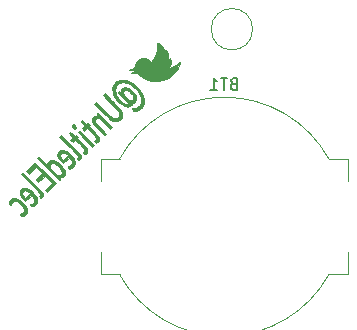
<source format=gbr>
%TF.GenerationSoftware,KiCad,Pcbnew,(5.99.0-9526-g5c17ff0595)*%
%TF.CreationDate,2021-09-22T22:50:55-05:00*%
%TF.ProjectId,SecDSM_Learn,53656344-534d-45f4-9c65-61726e2e6b69,rev?*%
%TF.SameCoordinates,Original*%
%TF.FileFunction,Legend,Bot*%
%TF.FilePolarity,Positive*%
%FSLAX46Y46*%
G04 Gerber Fmt 4.6, Leading zero omitted, Abs format (unit mm)*
G04 Created by KiCad (PCBNEW (5.99.0-9526-g5c17ff0595)) date 2021-09-22 22:50:55*
%MOMM*%
%LPD*%
G01*
G04 APERTURE LIST*
%ADD10C,0.150000*%
%ADD11C,0.120000*%
%ADD12C,0.010000*%
G04 APERTURE END LIST*
D10*
%TO.C,BT1*%
X141685714Y-85228571D02*
X141542857Y-85276190D01*
X141495238Y-85323809D01*
X141447619Y-85419047D01*
X141447619Y-85561904D01*
X141495238Y-85657142D01*
X141542857Y-85704761D01*
X141638095Y-85752380D01*
X142019047Y-85752380D01*
X142019047Y-84752380D01*
X141685714Y-84752380D01*
X141590476Y-84800000D01*
X141542857Y-84847619D01*
X141495238Y-84942857D01*
X141495238Y-85038095D01*
X141542857Y-85133333D01*
X141590476Y-85180952D01*
X141685714Y-85228571D01*
X142019047Y-85228571D01*
X141161904Y-84752380D02*
X140590476Y-84752380D01*
X140876190Y-85752380D02*
X140876190Y-84752380D01*
X139733333Y-85752380D02*
X140304761Y-85752380D01*
X140019047Y-85752380D02*
X140019047Y-84752380D01*
X140114285Y-84895238D01*
X140209523Y-84990476D01*
X140304761Y-85038095D01*
D11*
%TO.C,REF\u002A\u002A*%
X143300000Y-80625000D02*
G75*
G03*
X143300000Y-80625000I-1750000J0D01*
G01*
D12*
%TO.C,Ref\u002A\u002A*%
X127996551Y-88802104D02*
X127996440Y-88814499D01*
X127996440Y-88814499D02*
X128020619Y-88889293D01*
X128020619Y-88889293D02*
X128077444Y-88963271D01*
X128077444Y-88963271D02*
X128144259Y-89016416D01*
X128144259Y-89016416D02*
X128203894Y-89049613D01*
X128203894Y-89049613D02*
X128247664Y-89057538D01*
X128247664Y-89057538D02*
X128292603Y-89041560D01*
X128292603Y-89041560D02*
X128312799Y-89029947D01*
X128312799Y-89029947D02*
X128353065Y-88989617D01*
X128353065Y-88989617D02*
X128362501Y-88939132D01*
X128362501Y-88939132D02*
X128344796Y-88864014D01*
X128344796Y-88864014D02*
X128298681Y-88789994D01*
X128298681Y-88789994D02*
X128234650Y-88728205D01*
X128234650Y-88728205D02*
X128163199Y-88689779D01*
X128163199Y-88689779D02*
X128120581Y-88682566D01*
X128120581Y-88682566D02*
X128064435Y-88700905D01*
X128064435Y-88700905D02*
X128018333Y-88745808D01*
X128018333Y-88745808D02*
X127996551Y-88802104D01*
X127996551Y-88802104D02*
X127996551Y-88802104D01*
G36*
X128163199Y-88689779D02*
G01*
X128234650Y-88728205D01*
X128298681Y-88789994D01*
X128344796Y-88864014D01*
X128362501Y-88939132D01*
X128353065Y-88989617D01*
X128312799Y-89029947D01*
X128292603Y-89041560D01*
X128247664Y-89057538D01*
X128203894Y-89049613D01*
X128144259Y-89016416D01*
X128077444Y-88963271D01*
X128020619Y-88889293D01*
X127996440Y-88814499D01*
X127996551Y-88802104D01*
X128018333Y-88745808D01*
X128064435Y-88700905D01*
X128120581Y-88682566D01*
X128163199Y-88689779D01*
G37*
X128163199Y-88689779D02*
X128234650Y-88728205D01*
X128298681Y-88789994D01*
X128344796Y-88864014D01*
X128362501Y-88939132D01*
X128353065Y-88989617D01*
X128312799Y-89029947D01*
X128292603Y-89041560D01*
X128247664Y-89057538D01*
X128203894Y-89049613D01*
X128144259Y-89016416D01*
X128077444Y-88963271D01*
X128020619Y-88889293D01*
X127996440Y-88814499D01*
X127996551Y-88802104D01*
X128018333Y-88745808D01*
X128064435Y-88700905D01*
X128120581Y-88682566D01*
X128163199Y-88689779D01*
X124351320Y-92856247D02*
X124935037Y-92272530D01*
X124935037Y-92272530D02*
X125488819Y-92826313D01*
X125488819Y-92826313D02*
X124950004Y-93365128D01*
X124950004Y-93365128D02*
X125144576Y-93559700D01*
X125144576Y-93559700D02*
X125683391Y-93020884D01*
X125683391Y-93020884D02*
X126297042Y-93634536D01*
X126297042Y-93634536D02*
X125713326Y-94218252D01*
X125713326Y-94218252D02*
X125907898Y-94412824D01*
X125907898Y-94412824D02*
X126641285Y-93679437D01*
X126641285Y-93679437D02*
X124890135Y-91928287D01*
X124890135Y-91928287D02*
X124156748Y-92661674D01*
X124156748Y-92661674D02*
X124351320Y-92856247D01*
X124351320Y-92856247D02*
X124351320Y-92856247D01*
G36*
X126641285Y-93679437D02*
G01*
X125907898Y-94412824D01*
X125713326Y-94218252D01*
X126297042Y-93634536D01*
X125683391Y-93020884D01*
X125144576Y-93559700D01*
X124950004Y-93365128D01*
X125488819Y-92826313D01*
X124935037Y-92272530D01*
X124351320Y-92856247D01*
X124156748Y-92661674D01*
X124890135Y-91928287D01*
X126641285Y-93679437D01*
G37*
X126641285Y-93679437D02*
X125907898Y-94412824D01*
X125713326Y-94218252D01*
X126297042Y-93634536D01*
X125683391Y-93020884D01*
X125144576Y-93559700D01*
X124950004Y-93365128D01*
X125488819Y-92826313D01*
X124935037Y-92272530D01*
X124351320Y-92856247D01*
X124156748Y-92661674D01*
X124890135Y-91928287D01*
X126641285Y-93679437D01*
X129739473Y-90581249D02*
X129889144Y-90431577D01*
X129889144Y-90431577D02*
X128676810Y-89219243D01*
X128676810Y-89219243D02*
X128527138Y-89368914D01*
X128527138Y-89368914D02*
X129739473Y-90581249D01*
X129739473Y-90581249D02*
X129739473Y-90581249D01*
G36*
X129889144Y-90431577D02*
G01*
X129739473Y-90581249D01*
X128527138Y-89368914D01*
X128676810Y-89219243D01*
X129889144Y-90431577D01*
G37*
X129889144Y-90431577D02*
X129739473Y-90581249D01*
X128527138Y-89368914D01*
X128676810Y-89219243D01*
X129889144Y-90431577D01*
X129736872Y-88112018D02*
X129689723Y-88216314D01*
X129689723Y-88216314D02*
X129679257Y-88336810D01*
X129679257Y-88336810D02*
X129689412Y-88405555D01*
X129689412Y-88405555D02*
X129703546Y-88459569D01*
X129703546Y-88459569D02*
X129722675Y-88510908D01*
X129722675Y-88510908D02*
X129749943Y-88563515D01*
X129749943Y-88563515D02*
X129788496Y-88621335D01*
X129788496Y-88621335D02*
X129841477Y-88688312D01*
X129841477Y-88688312D02*
X129912032Y-88768393D01*
X129912032Y-88768393D02*
X130003304Y-88865521D01*
X130003304Y-88865521D02*
X130118439Y-88983638D01*
X130118439Y-88983638D02*
X130260581Y-89126692D01*
X130260581Y-89126692D02*
X130279025Y-89145144D01*
X130279025Y-89145144D02*
X130727301Y-89593420D01*
X130727301Y-89593420D02*
X130858974Y-89461747D01*
X130858974Y-89461747D02*
X130435639Y-89024475D01*
X130435639Y-89024475D02*
X130301783Y-88884969D01*
X130301783Y-88884969D02*
X130187369Y-88763180D01*
X130187369Y-88763180D02*
X130094791Y-88661752D01*
X130094791Y-88661752D02*
X130026447Y-88583338D01*
X130026447Y-88583338D02*
X129984729Y-88530585D01*
X129984729Y-88530585D02*
X129974575Y-88514602D01*
X129974575Y-88514602D02*
X129944739Y-88417766D01*
X129944739Y-88417766D02*
X129951019Y-88321052D01*
X129951019Y-88321052D02*
X129992018Y-88235979D01*
X129992018Y-88235979D02*
X130011014Y-88214315D01*
X130011014Y-88214315D02*
X130079536Y-88159463D01*
X130079536Y-88159463D02*
X130156554Y-88130132D01*
X130156554Y-88130132D02*
X130249242Y-88120049D01*
X130249242Y-88120049D02*
X130328790Y-88117279D01*
X130328790Y-88117279D02*
X131266117Y-89054605D01*
X131266117Y-89054605D02*
X131400820Y-88919901D01*
X131400820Y-88919901D02*
X130188486Y-87707567D01*
X130188486Y-87707567D02*
X130137291Y-87758762D01*
X130137291Y-87758762D02*
X130104886Y-87798434D01*
X130104886Y-87798434D02*
X130103687Y-87832246D01*
X130103687Y-87832246D02*
X130121037Y-87864569D01*
X130121037Y-87864569D02*
X130155979Y-87919180D01*
X130155979Y-87919180D02*
X130070862Y-87930637D01*
X130070862Y-87930637D02*
X129930197Y-87965749D01*
X129930197Y-87965749D02*
X129817948Y-88027353D01*
X129817948Y-88027353D02*
X129736872Y-88112018D01*
X129736872Y-88112018D02*
X129736872Y-88112018D01*
G36*
X131400820Y-88919901D02*
G01*
X131266117Y-89054605D01*
X130328790Y-88117279D01*
X130249242Y-88120049D01*
X130156554Y-88130132D01*
X130079536Y-88159463D01*
X130011014Y-88214315D01*
X129992018Y-88235979D01*
X129951019Y-88321052D01*
X129944739Y-88417766D01*
X129974575Y-88514602D01*
X129984729Y-88530585D01*
X130026447Y-88583338D01*
X130094791Y-88661752D01*
X130187369Y-88763180D01*
X130301783Y-88884969D01*
X130435639Y-89024475D01*
X130858974Y-89461747D01*
X130727301Y-89593420D01*
X130279025Y-89145144D01*
X130260581Y-89126692D01*
X130118439Y-88983638D01*
X130003304Y-88865521D01*
X129912032Y-88768393D01*
X129841477Y-88688312D01*
X129788496Y-88621335D01*
X129749943Y-88563515D01*
X129722675Y-88510908D01*
X129703546Y-88459569D01*
X129689412Y-88405555D01*
X129679257Y-88336810D01*
X129689723Y-88216314D01*
X129736872Y-88112018D01*
X129817948Y-88027353D01*
X129930197Y-87965749D01*
X130070862Y-87930637D01*
X130155979Y-87919180D01*
X130121037Y-87864569D01*
X130103687Y-87832246D01*
X130104886Y-87798434D01*
X130137291Y-87758762D01*
X130188486Y-87707567D01*
X131400820Y-88919901D01*
G37*
X131400820Y-88919901D02*
X131266117Y-89054605D01*
X130328790Y-88117279D01*
X130249242Y-88120049D01*
X130156554Y-88130132D01*
X130079536Y-88159463D01*
X130011014Y-88214315D01*
X129992018Y-88235979D01*
X129951019Y-88321052D01*
X129944739Y-88417766D01*
X129974575Y-88514602D01*
X129984729Y-88530585D01*
X130026447Y-88583338D01*
X130094791Y-88661752D01*
X130187369Y-88763180D01*
X130301783Y-88884969D01*
X130435639Y-89024475D01*
X130858974Y-89461747D01*
X130727301Y-89593420D01*
X130279025Y-89145144D01*
X130260581Y-89126692D01*
X130118439Y-88983638D01*
X130003304Y-88865521D01*
X129912032Y-88768393D01*
X129841477Y-88688312D01*
X129788496Y-88621335D01*
X129749943Y-88563515D01*
X129722675Y-88510908D01*
X129703546Y-88459569D01*
X129689412Y-88405555D01*
X129679257Y-88336810D01*
X129689723Y-88216314D01*
X129736872Y-88112018D01*
X129817948Y-88027353D01*
X129930197Y-87965749D01*
X130070862Y-87930637D01*
X130155979Y-87919180D01*
X130121037Y-87864569D01*
X130103687Y-87832246D01*
X130104886Y-87798434D01*
X130137291Y-87758762D01*
X130188486Y-87707567D01*
X131400820Y-88919901D01*
X124500287Y-93723634D02*
X124699784Y-93923623D01*
X124699784Y-93923623D02*
X124869861Y-94095202D01*
X124869861Y-94095202D02*
X125011516Y-94239410D01*
X125011516Y-94239410D02*
X125125743Y-94357279D01*
X125125743Y-94357279D02*
X125213538Y-94449849D01*
X125213538Y-94449849D02*
X125275896Y-94518154D01*
X125275896Y-94518154D02*
X125313814Y-94563231D01*
X125313814Y-94563231D02*
X125327867Y-94584797D01*
X125327867Y-94584797D02*
X125334793Y-94648445D01*
X125334793Y-94648445D02*
X125307430Y-94696331D01*
X125307430Y-94696331D02*
X125272777Y-94714384D01*
X125272777Y-94714384D02*
X125247777Y-94725867D01*
X125247777Y-94725867D02*
X125243673Y-94746046D01*
X125243673Y-94746046D02*
X125262482Y-94782975D01*
X125262482Y-94782975D02*
X125305008Y-94843070D01*
X125305008Y-94843070D02*
X125343054Y-94891476D01*
X125343054Y-94891476D02*
X125369888Y-94911302D01*
X125369888Y-94911302D02*
X125398325Y-94908826D01*
X125398325Y-94908826D02*
X125420520Y-94899680D01*
X125420520Y-94899680D02*
X125510202Y-94840357D01*
X125510202Y-94840357D02*
X125566159Y-94760287D01*
X125566159Y-94760287D02*
X125583587Y-94689987D01*
X125583587Y-94689987D02*
X125585740Y-94654965D01*
X125585740Y-94654965D02*
X125584414Y-94621889D01*
X125584414Y-94621889D02*
X125577452Y-94588175D01*
X125577452Y-94588175D02*
X125562694Y-94551235D01*
X125562694Y-94551235D02*
X125537985Y-94508485D01*
X125537985Y-94508485D02*
X125501167Y-94457342D01*
X125501167Y-94457342D02*
X125450081Y-94395219D01*
X125450081Y-94395219D02*
X125382570Y-94319531D01*
X125382570Y-94319531D02*
X125296477Y-94227693D01*
X125296477Y-94227693D02*
X125189644Y-94117121D01*
X125189644Y-94117121D02*
X125059913Y-93985227D01*
X125059913Y-93985227D02*
X124905127Y-93829430D01*
X124905127Y-93829430D02*
X124723128Y-93647143D01*
X124723128Y-93647143D02*
X124662912Y-93586918D01*
X124662912Y-93586918D02*
X123842439Y-92766445D01*
X123842439Y-92766445D02*
X123692768Y-92916115D01*
X123692768Y-92916115D02*
X124500287Y-93723634D01*
X124500287Y-93723634D02*
X124500287Y-93723634D01*
G36*
X124662912Y-93586918D02*
G01*
X124723128Y-93647143D01*
X124905127Y-93829430D01*
X125059913Y-93985227D01*
X125189644Y-94117121D01*
X125296477Y-94227693D01*
X125382570Y-94319531D01*
X125450081Y-94395219D01*
X125501167Y-94457342D01*
X125537985Y-94508485D01*
X125562694Y-94551235D01*
X125577452Y-94588175D01*
X125584414Y-94621889D01*
X125585740Y-94654965D01*
X125583587Y-94689987D01*
X125566159Y-94760287D01*
X125510202Y-94840357D01*
X125420520Y-94899680D01*
X125398325Y-94908826D01*
X125369888Y-94911302D01*
X125343054Y-94891476D01*
X125305008Y-94843070D01*
X125262482Y-94782975D01*
X125243673Y-94746046D01*
X125247777Y-94725867D01*
X125272777Y-94714384D01*
X125307430Y-94696331D01*
X125334793Y-94648445D01*
X125327867Y-94584797D01*
X125313814Y-94563231D01*
X125275896Y-94518154D01*
X125213538Y-94449849D01*
X125125743Y-94357279D01*
X125011516Y-94239410D01*
X124869861Y-94095202D01*
X124699784Y-93923623D01*
X124500287Y-93723634D01*
X123692768Y-92916115D01*
X123842439Y-92766445D01*
X124662912Y-93586918D01*
G37*
X124662912Y-93586918D02*
X124723128Y-93647143D01*
X124905127Y-93829430D01*
X125059913Y-93985227D01*
X125189644Y-94117121D01*
X125296477Y-94227693D01*
X125382570Y-94319531D01*
X125450081Y-94395219D01*
X125501167Y-94457342D01*
X125537985Y-94508485D01*
X125562694Y-94551235D01*
X125577452Y-94588175D01*
X125584414Y-94621889D01*
X125585740Y-94654965D01*
X125583587Y-94689987D01*
X125566159Y-94760287D01*
X125510202Y-94840357D01*
X125420520Y-94899680D01*
X125398325Y-94908826D01*
X125369888Y-94911302D01*
X125343054Y-94891476D01*
X125305008Y-94843070D01*
X125262482Y-94782975D01*
X125243673Y-94746046D01*
X125247777Y-94725867D01*
X125272777Y-94714384D01*
X125307430Y-94696331D01*
X125334793Y-94648445D01*
X125327867Y-94584797D01*
X125313814Y-94563231D01*
X125275896Y-94518154D01*
X125213538Y-94449849D01*
X125125743Y-94357279D01*
X125011516Y-94239410D01*
X124869861Y-94095202D01*
X124699784Y-93923623D01*
X124500287Y-93723634D01*
X123692768Y-92916115D01*
X123842439Y-92766445D01*
X124662912Y-93586918D01*
X127703244Y-90520676D02*
X127902742Y-90720665D01*
X127902742Y-90720665D02*
X128072820Y-90892244D01*
X128072820Y-90892244D02*
X128214474Y-91036451D01*
X128214474Y-91036451D02*
X128328701Y-91154321D01*
X128328701Y-91154321D02*
X128416496Y-91246891D01*
X128416496Y-91246891D02*
X128478854Y-91315196D01*
X128478854Y-91315196D02*
X128516772Y-91360272D01*
X128516772Y-91360272D02*
X128530825Y-91381839D01*
X128530825Y-91381839D02*
X128537751Y-91445487D01*
X128537751Y-91445487D02*
X128510388Y-91493373D01*
X128510388Y-91493373D02*
X128475735Y-91511426D01*
X128475735Y-91511426D02*
X128450736Y-91522908D01*
X128450736Y-91522908D02*
X128446632Y-91543088D01*
X128446632Y-91543088D02*
X128465440Y-91580018D01*
X128465440Y-91580018D02*
X128507966Y-91640113D01*
X128507966Y-91640113D02*
X128546011Y-91688518D01*
X128546011Y-91688518D02*
X128572847Y-91708344D01*
X128572847Y-91708344D02*
X128601283Y-91705868D01*
X128601283Y-91705868D02*
X128623478Y-91696722D01*
X128623478Y-91696722D02*
X128713159Y-91637400D01*
X128713159Y-91637400D02*
X128769117Y-91557328D01*
X128769117Y-91557328D02*
X128786546Y-91487029D01*
X128786546Y-91487029D02*
X128788698Y-91452008D01*
X128788698Y-91452008D02*
X128787372Y-91418931D01*
X128787372Y-91418931D02*
X128780410Y-91385216D01*
X128780410Y-91385216D02*
X128765653Y-91348277D01*
X128765653Y-91348277D02*
X128740943Y-91305528D01*
X128740943Y-91305528D02*
X128704125Y-91254384D01*
X128704125Y-91254384D02*
X128653039Y-91192261D01*
X128653039Y-91192261D02*
X128585528Y-91116572D01*
X128585528Y-91116572D02*
X128499435Y-91024735D01*
X128499435Y-91024735D02*
X128392602Y-90914162D01*
X128392602Y-90914162D02*
X128262871Y-90782269D01*
X128262871Y-90782269D02*
X128108085Y-90626472D01*
X128108085Y-90626472D02*
X127926086Y-90444185D01*
X127926086Y-90444185D02*
X127865870Y-90383960D01*
X127865870Y-90383960D02*
X127045397Y-89563487D01*
X127045397Y-89563487D02*
X126895726Y-89713158D01*
X126895726Y-89713158D02*
X127703244Y-90520676D01*
X127703244Y-90520676D02*
X127703244Y-90520676D01*
G36*
X127865870Y-90383960D02*
G01*
X127926086Y-90444185D01*
X128108085Y-90626472D01*
X128262871Y-90782269D01*
X128392602Y-90914162D01*
X128499435Y-91024735D01*
X128585528Y-91116572D01*
X128653039Y-91192261D01*
X128704125Y-91254384D01*
X128740943Y-91305528D01*
X128765653Y-91348277D01*
X128780410Y-91385216D01*
X128787372Y-91418931D01*
X128788698Y-91452008D01*
X128786546Y-91487029D01*
X128769117Y-91557328D01*
X128713159Y-91637400D01*
X128623478Y-91696722D01*
X128601283Y-91705868D01*
X128572847Y-91708344D01*
X128546011Y-91688518D01*
X128507966Y-91640113D01*
X128465440Y-91580018D01*
X128446632Y-91543088D01*
X128450736Y-91522908D01*
X128475735Y-91511426D01*
X128510388Y-91493373D01*
X128537751Y-91445487D01*
X128530825Y-91381839D01*
X128516772Y-91360272D01*
X128478854Y-91315196D01*
X128416496Y-91246891D01*
X128328701Y-91154321D01*
X128214474Y-91036451D01*
X128072820Y-90892244D01*
X127902742Y-90720665D01*
X127703244Y-90520676D01*
X126895726Y-89713158D01*
X127045397Y-89563487D01*
X127865870Y-90383960D01*
G37*
X127865870Y-90383960D02*
X127926086Y-90444185D01*
X128108085Y-90626472D01*
X128262871Y-90782269D01*
X128392602Y-90914162D01*
X128499435Y-91024735D01*
X128585528Y-91116572D01*
X128653039Y-91192261D01*
X128704125Y-91254384D01*
X128740943Y-91305528D01*
X128765653Y-91348277D01*
X128780410Y-91385216D01*
X128787372Y-91418931D01*
X128788698Y-91452008D01*
X128786546Y-91487029D01*
X128769117Y-91557328D01*
X128713159Y-91637400D01*
X128623478Y-91696722D01*
X128601283Y-91705868D01*
X128572847Y-91708344D01*
X128546011Y-91688518D01*
X128507966Y-91640113D01*
X128465440Y-91580018D01*
X128446632Y-91543088D01*
X128450736Y-91522908D01*
X128475735Y-91511426D01*
X128510388Y-91493373D01*
X128537751Y-91445487D01*
X128530825Y-91381839D01*
X128516772Y-91360272D01*
X128478854Y-91315196D01*
X128416496Y-91246891D01*
X128328701Y-91154321D01*
X128214474Y-91036451D01*
X128072820Y-90892244D01*
X127902742Y-90720665D01*
X127703244Y-90520676D01*
X126895726Y-89713158D01*
X127045397Y-89563487D01*
X127865870Y-90383960D01*
X128093093Y-89802960D02*
X127883554Y-90012499D01*
X127883554Y-90012499D02*
X128063159Y-90192104D01*
X128063159Y-90192104D02*
X128274094Y-89981169D01*
X128274094Y-89981169D02*
X128665103Y-90381058D01*
X128665103Y-90381058D02*
X129056112Y-90780946D01*
X129056112Y-90780946D02*
X129058792Y-90858461D01*
X129058792Y-90858461D02*
X129056203Y-90910536D01*
X129056203Y-90910536D02*
X129037818Y-90948336D01*
X129037818Y-90948336D02*
X128994446Y-90988942D01*
X128994446Y-90988942D02*
X128984123Y-90997197D01*
X128984123Y-90997197D02*
X128906773Y-91058416D01*
X128906773Y-91058416D02*
X128952852Y-91122751D01*
X128952852Y-91122751D02*
X128990165Y-91172401D01*
X128990165Y-91172401D02*
X129020719Y-91209073D01*
X129020719Y-91209073D02*
X129023495Y-91211979D01*
X129023495Y-91211979D02*
X129059740Y-91221559D01*
X129059740Y-91221559D02*
X129112637Y-91204741D01*
X129112637Y-91204741D02*
X129172550Y-91168318D01*
X129172550Y-91168318D02*
X129229846Y-91119077D01*
X129229846Y-91119077D02*
X129274891Y-91063807D01*
X129274891Y-91063807D02*
X129295486Y-91020319D01*
X129295486Y-91020319D02*
X129310702Y-90894115D01*
X129310702Y-90894115D02*
X129286081Y-90769433D01*
X129286081Y-90769433D02*
X129262508Y-90717230D01*
X129262508Y-90717230D02*
X129237966Y-90678170D01*
X129237966Y-90678170D02*
X129200634Y-90629633D01*
X129200634Y-90629633D02*
X129147118Y-90567890D01*
X129147118Y-90567890D02*
X129074030Y-90489212D01*
X129074030Y-90489212D02*
X128977975Y-90389875D01*
X128977975Y-90389875D02*
X128855563Y-90266148D01*
X128855563Y-90266148D02*
X128816281Y-90226805D01*
X128816281Y-90226805D02*
X128422369Y-89832894D01*
X128422369Y-89832894D02*
X128527138Y-89728124D01*
X128527138Y-89728124D02*
X128347533Y-89548519D01*
X128347533Y-89548519D02*
X128242764Y-89653288D01*
X128242764Y-89653288D02*
X127883554Y-89294078D01*
X127883554Y-89294078D02*
X127733883Y-89443749D01*
X127733883Y-89443749D02*
X128093093Y-89802960D01*
X128093093Y-89802960D02*
X128093093Y-89802960D01*
G36*
X128242764Y-89653288D02*
G01*
X128347533Y-89548519D01*
X128527138Y-89728124D01*
X128422369Y-89832894D01*
X128816281Y-90226805D01*
X128855563Y-90266148D01*
X128977975Y-90389875D01*
X129074030Y-90489212D01*
X129147118Y-90567890D01*
X129200634Y-90629633D01*
X129237966Y-90678170D01*
X129262508Y-90717230D01*
X129286081Y-90769433D01*
X129310702Y-90894115D01*
X129295486Y-91020319D01*
X129274891Y-91063807D01*
X129229846Y-91119077D01*
X129172550Y-91168318D01*
X129112637Y-91204741D01*
X129059740Y-91221559D01*
X129023495Y-91211979D01*
X129020719Y-91209073D01*
X128990165Y-91172401D01*
X128952852Y-91122751D01*
X128906773Y-91058416D01*
X128984123Y-90997197D01*
X128994446Y-90988942D01*
X129037818Y-90948336D01*
X129056203Y-90910536D01*
X129058792Y-90858461D01*
X129056112Y-90780946D01*
X128665103Y-90381058D01*
X128274094Y-89981169D01*
X128063159Y-90192104D01*
X127883554Y-90012499D01*
X128093093Y-89802960D01*
X127733883Y-89443749D01*
X127883554Y-89294078D01*
X128242764Y-89653288D01*
G37*
X128242764Y-89653288D02*
X128347533Y-89548519D01*
X128527138Y-89728124D01*
X128422369Y-89832894D01*
X128816281Y-90226805D01*
X128855563Y-90266148D01*
X128977975Y-90389875D01*
X129074030Y-90489212D01*
X129147118Y-90567890D01*
X129200634Y-90629633D01*
X129237966Y-90678170D01*
X129262508Y-90717230D01*
X129286081Y-90769433D01*
X129310702Y-90894115D01*
X129295486Y-91020319D01*
X129274891Y-91063807D01*
X129229846Y-91119077D01*
X129172550Y-91168318D01*
X129112637Y-91204741D01*
X129059740Y-91221559D01*
X129023495Y-91211979D01*
X129020719Y-91209073D01*
X128990165Y-91172401D01*
X128952852Y-91122751D01*
X128906773Y-91058416D01*
X128984123Y-90997197D01*
X128994446Y-90988942D01*
X129037818Y-90948336D01*
X129056203Y-90910536D01*
X129058792Y-90858461D01*
X129056112Y-90780946D01*
X128665103Y-90381058D01*
X128274094Y-89981169D01*
X128063159Y-90192104D01*
X127883554Y-90012499D01*
X128093093Y-89802960D01*
X127733883Y-89443749D01*
X127883554Y-89294078D01*
X128242764Y-89653288D01*
X129095888Y-88800164D02*
X128871382Y-89024670D01*
X128871382Y-89024670D02*
X129050987Y-89204276D01*
X129050987Y-89204276D02*
X129275494Y-88979769D01*
X129275494Y-88979769D02*
X129623395Y-89327838D01*
X129623395Y-89327838D02*
X129752340Y-89458032D01*
X129752340Y-89458032D02*
X129853490Y-89563404D01*
X129853490Y-89563404D02*
X129929995Y-89648020D01*
X129929995Y-89648020D02*
X129985007Y-89715945D01*
X129985007Y-89715945D02*
X130021677Y-89771247D01*
X130021677Y-89771247D02*
X130043152Y-89817990D01*
X130043152Y-89817990D02*
X130052586Y-89860240D01*
X130052586Y-89860240D02*
X130053783Y-89883317D01*
X130053783Y-89883317D02*
X130046714Y-89929542D01*
X130046714Y-89929542D02*
X130018987Y-89968269D01*
X130018987Y-89968269D02*
X129979974Y-90000834D01*
X129979974Y-90000834D02*
X129934083Y-90037841D01*
X129934083Y-90037841D02*
X129915933Y-90066592D01*
X129915933Y-90066592D02*
X129924577Y-90100461D01*
X129924577Y-90100461D02*
X129959066Y-90152821D01*
X129959066Y-90152821D02*
X129968298Y-90165734D01*
X129968298Y-90165734D02*
X130003540Y-90211342D01*
X130003540Y-90211342D02*
X130031418Y-90227687D01*
X130031418Y-90227687D02*
X130068577Y-90220376D01*
X130068577Y-90220376D02*
X130097054Y-90209101D01*
X130097054Y-90209101D02*
X130200660Y-90146558D01*
X130200660Y-90146558D02*
X130271304Y-90058229D01*
X130271304Y-90058229D02*
X130295515Y-89999324D01*
X130295515Y-89999324D02*
X130303802Y-89904710D01*
X130303802Y-89904710D02*
X130282346Y-89799534D01*
X130282346Y-89799534D02*
X130244936Y-89679804D01*
X130244936Y-89679804D02*
X129410197Y-88845065D01*
X129410197Y-88845065D02*
X129514967Y-88740296D01*
X129514967Y-88740296D02*
X129335361Y-88560691D01*
X129335361Y-88560691D02*
X129230592Y-88665460D01*
X129230592Y-88665460D02*
X128871382Y-88306250D01*
X128871382Y-88306250D02*
X128736678Y-88440954D01*
X128736678Y-88440954D02*
X129095888Y-88800164D01*
X129095888Y-88800164D02*
X129095888Y-88800164D01*
G36*
X129230592Y-88665460D02*
G01*
X129335361Y-88560691D01*
X129514967Y-88740296D01*
X129410197Y-88845065D01*
X130244936Y-89679804D01*
X130282346Y-89799534D01*
X130303802Y-89904710D01*
X130295515Y-89999324D01*
X130271304Y-90058229D01*
X130200660Y-90146558D01*
X130097054Y-90209101D01*
X130068577Y-90220376D01*
X130031418Y-90227687D01*
X130003540Y-90211342D01*
X129968298Y-90165734D01*
X129959066Y-90152821D01*
X129924577Y-90100461D01*
X129915933Y-90066592D01*
X129934083Y-90037841D01*
X129979974Y-90000834D01*
X130018987Y-89968269D01*
X130046714Y-89929542D01*
X130053783Y-89883317D01*
X130052586Y-89860240D01*
X130043152Y-89817990D01*
X130021677Y-89771247D01*
X129985007Y-89715945D01*
X129929995Y-89648020D01*
X129853490Y-89563404D01*
X129752340Y-89458032D01*
X129623395Y-89327838D01*
X129275494Y-88979769D01*
X129050987Y-89204276D01*
X128871382Y-89024670D01*
X129095888Y-88800164D01*
X128736678Y-88440954D01*
X128871382Y-88306250D01*
X129230592Y-88665460D01*
G37*
X129230592Y-88665460D02*
X129335361Y-88560691D01*
X129514967Y-88740296D01*
X129410197Y-88845065D01*
X130244936Y-89679804D01*
X130282346Y-89799534D01*
X130303802Y-89904710D01*
X130295515Y-89999324D01*
X130271304Y-90058229D01*
X130200660Y-90146558D01*
X130097054Y-90209101D01*
X130068577Y-90220376D01*
X130031418Y-90227687D01*
X130003540Y-90211342D01*
X129968298Y-90165734D01*
X129959066Y-90152821D01*
X129924577Y-90100461D01*
X129915933Y-90066592D01*
X129934083Y-90037841D01*
X129979974Y-90000834D01*
X130018987Y-89968269D01*
X130046714Y-89929542D01*
X130053783Y-89883317D01*
X130052586Y-89860240D01*
X130043152Y-89817990D01*
X130021677Y-89771247D01*
X129985007Y-89715945D01*
X129929995Y-89648020D01*
X129853490Y-89563404D01*
X129752340Y-89458032D01*
X129623395Y-89327838D01*
X129275494Y-88979769D01*
X129050987Y-89204276D01*
X128871382Y-89024670D01*
X129095888Y-88800164D01*
X128736678Y-88440954D01*
X128871382Y-88306250D01*
X129230592Y-88665460D01*
X122677533Y-95219173D02*
X122659520Y-95267546D01*
X122659520Y-95267546D02*
X122645355Y-95310855D01*
X122645355Y-95310855D02*
X122640667Y-95340708D01*
X122640667Y-95340708D02*
X122650800Y-95365361D01*
X122650800Y-95365361D02*
X122681095Y-95393071D01*
X122681095Y-95393071D02*
X122736896Y-95432097D01*
X122736896Y-95432097D02*
X122788448Y-95466815D01*
X122788448Y-95466815D02*
X122827900Y-95490179D01*
X122827900Y-95490179D02*
X122848761Y-95496286D01*
X122848761Y-95496286D02*
X122848913Y-95496153D01*
X122848913Y-95496153D02*
X122859050Y-95473618D01*
X122859050Y-95473618D02*
X122876483Y-95424965D01*
X122876483Y-95424965D02*
X122884544Y-95400653D01*
X122884544Y-95400653D02*
X122934456Y-95298735D01*
X122934456Y-95298735D02*
X123006993Y-95218790D01*
X123006993Y-95218790D02*
X123093704Y-95168590D01*
X123093704Y-95168590D02*
X123150846Y-95155814D01*
X123150846Y-95155814D02*
X123240020Y-95157505D01*
X123240020Y-95157505D02*
X123326948Y-95180854D01*
X123326948Y-95180854D02*
X123418573Y-95229349D01*
X123418573Y-95229349D02*
X123521842Y-95306480D01*
X123521842Y-95306480D02*
X123615298Y-95389093D01*
X123615298Y-95389093D02*
X123761241Y-95538489D01*
X123761241Y-95538489D02*
X123866287Y-95678097D01*
X123866287Y-95678097D02*
X123930629Y-95808304D01*
X123930629Y-95808304D02*
X123954463Y-95929499D01*
X123954463Y-95929499D02*
X123939710Y-96036800D01*
X123939710Y-96036800D02*
X123899496Y-96116358D01*
X123899496Y-96116358D02*
X123832390Y-96175997D01*
X123832390Y-96175997D02*
X123731253Y-96221876D01*
X123731253Y-96221876D02*
X123721559Y-96225111D01*
X123721559Y-96225111D02*
X123660253Y-96245412D01*
X123660253Y-96245412D02*
X123618850Y-96259626D01*
X123618850Y-96259626D02*
X123608010Y-96263825D01*
X123608010Y-96263825D02*
X123616984Y-96281254D01*
X123616984Y-96281254D02*
X123642796Y-96323487D01*
X123642796Y-96323487D02*
X123666799Y-96361117D01*
X123666799Y-96361117D02*
X123704254Y-96416151D01*
X123704254Y-96416151D02*
X123731513Y-96443223D01*
X123731513Y-96443223D02*
X123760207Y-96450639D01*
X123760207Y-96450639D02*
X123789000Y-96448382D01*
X123789000Y-96448382D02*
X123889767Y-96419000D01*
X123889767Y-96419000D02*
X123994743Y-96360713D01*
X123994743Y-96360713D02*
X124090446Y-96283078D01*
X124090446Y-96283078D02*
X124163395Y-96195648D01*
X124163395Y-96195648D02*
X124176177Y-96173974D01*
X124176177Y-96173974D02*
X124214832Y-96058465D01*
X124214832Y-96058465D02*
X124215515Y-95929174D01*
X124215515Y-95929174D02*
X124179244Y-95788804D01*
X124179244Y-95788804D02*
X124107037Y-95640061D01*
X124107037Y-95640061D02*
X123999915Y-95485647D01*
X123999915Y-95485647D02*
X123858894Y-95328269D01*
X123858894Y-95328269D02*
X123856924Y-95326299D01*
X123856924Y-95326299D02*
X123680512Y-95167640D01*
X123680512Y-95167640D02*
X123508082Y-95047877D01*
X123508082Y-95047877D02*
X123340985Y-94967727D01*
X123340985Y-94967727D02*
X123180564Y-94927906D01*
X123180564Y-94927906D02*
X123099280Y-94923388D01*
X123099280Y-94923388D02*
X122964841Y-94945245D01*
X122964841Y-94945245D02*
X122846697Y-95004207D01*
X122846697Y-95004207D02*
X122749406Y-95096706D01*
X122749406Y-95096706D02*
X122677533Y-95219173D01*
X122677533Y-95219173D02*
X122677533Y-95219173D01*
G36*
X123180564Y-94927906D02*
G01*
X123340985Y-94967727D01*
X123508082Y-95047877D01*
X123680512Y-95167640D01*
X123856924Y-95326299D01*
X123858894Y-95328269D01*
X123999915Y-95485647D01*
X124107037Y-95640061D01*
X124179244Y-95788804D01*
X124215515Y-95929174D01*
X124214832Y-96058465D01*
X124176177Y-96173974D01*
X124163395Y-96195648D01*
X124090446Y-96283078D01*
X123994743Y-96360713D01*
X123889767Y-96419000D01*
X123789000Y-96448382D01*
X123760207Y-96450639D01*
X123731513Y-96443223D01*
X123704254Y-96416151D01*
X123666799Y-96361117D01*
X123642796Y-96323487D01*
X123616984Y-96281254D01*
X123608010Y-96263825D01*
X123618850Y-96259626D01*
X123660253Y-96245412D01*
X123721559Y-96225111D01*
X123731253Y-96221876D01*
X123832390Y-96175997D01*
X123899496Y-96116358D01*
X123939710Y-96036800D01*
X123954463Y-95929499D01*
X123930629Y-95808304D01*
X123866287Y-95678097D01*
X123761241Y-95538489D01*
X123615298Y-95389093D01*
X123521842Y-95306480D01*
X123418573Y-95229349D01*
X123326948Y-95180854D01*
X123240020Y-95157505D01*
X123150846Y-95155814D01*
X123093704Y-95168590D01*
X123006993Y-95218790D01*
X122934456Y-95298735D01*
X122884544Y-95400653D01*
X122876483Y-95424965D01*
X122859050Y-95473618D01*
X122848913Y-95496153D01*
X122848761Y-95496286D01*
X122827900Y-95490179D01*
X122788448Y-95466815D01*
X122736896Y-95432097D01*
X122681095Y-95393071D01*
X122650800Y-95365361D01*
X122640667Y-95340708D01*
X122645355Y-95310855D01*
X122659520Y-95267546D01*
X122677533Y-95219173D01*
X122749406Y-95096706D01*
X122846697Y-95004207D01*
X122964841Y-94945245D01*
X123099280Y-94923388D01*
X123180564Y-94927906D01*
G37*
X123180564Y-94927906D02*
X123340985Y-94967727D01*
X123508082Y-95047877D01*
X123680512Y-95167640D01*
X123856924Y-95326299D01*
X123858894Y-95328269D01*
X123999915Y-95485647D01*
X124107037Y-95640061D01*
X124179244Y-95788804D01*
X124215515Y-95929174D01*
X124214832Y-96058465D01*
X124176177Y-96173974D01*
X124163395Y-96195648D01*
X124090446Y-96283078D01*
X123994743Y-96360713D01*
X123889767Y-96419000D01*
X123789000Y-96448382D01*
X123760207Y-96450639D01*
X123731513Y-96443223D01*
X123704254Y-96416151D01*
X123666799Y-96361117D01*
X123642796Y-96323487D01*
X123616984Y-96281254D01*
X123608010Y-96263825D01*
X123618850Y-96259626D01*
X123660253Y-96245412D01*
X123721559Y-96225111D01*
X123731253Y-96221876D01*
X123832390Y-96175997D01*
X123899496Y-96116358D01*
X123939710Y-96036800D01*
X123954463Y-95929499D01*
X123930629Y-95808304D01*
X123866287Y-95678097D01*
X123761241Y-95538489D01*
X123615298Y-95389093D01*
X123521842Y-95306480D01*
X123418573Y-95229349D01*
X123326948Y-95180854D01*
X123240020Y-95157505D01*
X123150846Y-95155814D01*
X123093704Y-95168590D01*
X123006993Y-95218790D01*
X122934456Y-95298735D01*
X122884544Y-95400653D01*
X122876483Y-95424965D01*
X122859050Y-95473618D01*
X122848913Y-95496153D01*
X122848761Y-95496286D01*
X122827900Y-95490179D01*
X122788448Y-95466815D01*
X122736896Y-95432097D01*
X122681095Y-95393071D01*
X122650800Y-95365361D01*
X122640667Y-95340708D01*
X122645355Y-95310855D01*
X122659520Y-95267546D01*
X122677533Y-95219173D01*
X122749406Y-95096706D01*
X122846697Y-95004207D01*
X122964841Y-94945245D01*
X123099280Y-94923388D01*
X123180564Y-94927906D01*
X123643246Y-94200549D02*
X123589808Y-94295309D01*
X123589808Y-94295309D02*
X123570292Y-94405535D01*
X123570292Y-94405535D02*
X123584376Y-94535393D01*
X123584376Y-94535393D02*
X123610303Y-94629000D01*
X123610303Y-94629000D02*
X123632431Y-94693561D01*
X123632431Y-94693561D02*
X123653807Y-94744333D01*
X123653807Y-94744333D02*
X123680399Y-94790107D01*
X123680399Y-94790107D02*
X123718177Y-94839673D01*
X123718177Y-94839673D02*
X123773105Y-94901820D01*
X123773105Y-94901820D02*
X123851152Y-94985339D01*
X123851152Y-94985339D02*
X123854950Y-94989366D01*
X123854950Y-94989366D02*
X124048511Y-95194580D01*
X124048511Y-95194580D02*
X124605012Y-94638079D01*
X124605012Y-94638079D02*
X124645174Y-94695204D01*
X124645174Y-94695204D02*
X124735339Y-94844906D01*
X124735339Y-94844906D02*
X124786737Y-94981828D01*
X124786737Y-94981828D02*
X124799330Y-95105091D01*
X124799330Y-95105091D02*
X124773085Y-95213816D01*
X124773085Y-95213816D02*
X124707962Y-95307127D01*
X124707962Y-95307127D02*
X124671461Y-95339592D01*
X124671461Y-95339592D02*
X124603187Y-95384219D01*
X124603187Y-95384219D02*
X124530449Y-95418483D01*
X124530449Y-95418483D02*
X124506990Y-95425981D01*
X124506990Y-95425981D02*
X124457808Y-95441789D01*
X124457808Y-95441789D02*
X124437911Y-95461401D01*
X124437911Y-95461401D02*
X124447568Y-95492390D01*
X124447568Y-95492390D02*
X124487048Y-95542332D01*
X124487048Y-95542332D02*
X124512125Y-95570274D01*
X124512125Y-95570274D02*
X124552060Y-95610375D01*
X124552060Y-95610375D02*
X124585802Y-95626161D01*
X124585802Y-95626161D02*
X124630793Y-95621877D01*
X124630793Y-95621877D02*
X124675487Y-95610011D01*
X124675487Y-95610011D02*
X124774016Y-95566628D01*
X124774016Y-95566628D02*
X124871704Y-95497628D01*
X124871704Y-95497628D02*
X124954729Y-95414531D01*
X124954729Y-95414531D02*
X125007152Y-95333639D01*
X125007152Y-95333639D02*
X125047051Y-95196030D01*
X125047051Y-95196030D02*
X125046697Y-95048519D01*
X125046697Y-95048519D02*
X125006578Y-94892700D01*
X125006578Y-94892700D02*
X124927181Y-94730169D01*
X124927181Y-94730169D02*
X124808996Y-94562521D01*
X124808996Y-94562521D02*
X124749901Y-94493190D01*
X124749901Y-94493190D02*
X124602480Y-94345935D01*
X124602480Y-94345935D02*
X124583084Y-94330731D01*
X124583084Y-94330731D02*
X124443754Y-94470062D01*
X124443754Y-94470062D02*
X124017780Y-94896035D01*
X124017780Y-94896035D02*
X123935577Y-94794643D01*
X123935577Y-94794643D02*
X123860991Y-94680591D01*
X123860991Y-94680591D02*
X123819816Y-94566633D01*
X123819816Y-94566633D02*
X123814220Y-94459946D01*
X123814220Y-94459946D02*
X123822529Y-94420577D01*
X123822529Y-94420577D02*
X123865093Y-94338729D01*
X123865093Y-94338729D02*
X123931596Y-94289211D01*
X123931596Y-94289211D02*
X124018612Y-94272050D01*
X124018612Y-94272050D02*
X124122721Y-94287271D01*
X124122721Y-94287271D02*
X124240499Y-94334902D01*
X124240499Y-94334902D02*
X124368523Y-94414972D01*
X124368523Y-94414972D02*
X124370314Y-94416281D01*
X124370314Y-94416281D02*
X124443754Y-94470062D01*
X124443754Y-94470062D02*
X124583084Y-94330731D01*
X124583084Y-94330731D02*
X124451238Y-94227384D01*
X124451238Y-94227384D02*
X124299817Y-94138500D01*
X124299817Y-94138500D02*
X124151859Y-94080246D01*
X124151859Y-94080246D02*
X124011004Y-94053585D01*
X124011004Y-94053585D02*
X123880894Y-94059480D01*
X123880894Y-94059480D02*
X123765172Y-94098894D01*
X123765172Y-94098894D02*
X123667478Y-94172790D01*
X123667478Y-94172790D02*
X123643246Y-94200549D01*
X123643246Y-94200549D02*
X123643246Y-94200549D01*
G36*
X124151859Y-94080246D02*
G01*
X124299817Y-94138500D01*
X124451238Y-94227384D01*
X124583084Y-94330731D01*
X124602480Y-94345935D01*
X124749901Y-94493190D01*
X124808996Y-94562521D01*
X124927181Y-94730169D01*
X125006578Y-94892700D01*
X125046697Y-95048519D01*
X125047051Y-95196030D01*
X125007152Y-95333639D01*
X124954729Y-95414531D01*
X124871704Y-95497628D01*
X124774016Y-95566628D01*
X124675487Y-95610011D01*
X124630793Y-95621877D01*
X124585802Y-95626161D01*
X124552060Y-95610375D01*
X124512125Y-95570274D01*
X124487048Y-95542332D01*
X124447568Y-95492390D01*
X124437911Y-95461401D01*
X124457808Y-95441789D01*
X124506990Y-95425981D01*
X124530449Y-95418483D01*
X124603187Y-95384219D01*
X124671461Y-95339592D01*
X124707962Y-95307127D01*
X124773085Y-95213816D01*
X124799330Y-95105091D01*
X124786737Y-94981828D01*
X124735339Y-94844906D01*
X124645174Y-94695204D01*
X124605012Y-94638079D01*
X124048511Y-95194580D01*
X123854950Y-94989366D01*
X123851152Y-94985339D01*
X123773105Y-94901820D01*
X123718177Y-94839673D01*
X123680399Y-94790107D01*
X123653807Y-94744333D01*
X123632431Y-94693561D01*
X123610303Y-94629000D01*
X123584376Y-94535393D01*
X123576193Y-94459946D01*
X123814220Y-94459946D01*
X123819816Y-94566633D01*
X123860991Y-94680591D01*
X123935577Y-94794643D01*
X124017780Y-94896035D01*
X124443754Y-94470062D01*
X124370314Y-94416281D01*
X124368523Y-94414972D01*
X124240499Y-94334902D01*
X124122721Y-94287271D01*
X124018612Y-94272050D01*
X123931596Y-94289211D01*
X123865093Y-94338729D01*
X123822529Y-94420577D01*
X123814220Y-94459946D01*
X123576193Y-94459946D01*
X123570292Y-94405535D01*
X123589808Y-94295309D01*
X123643246Y-94200549D01*
X123667478Y-94172790D01*
X123765172Y-94098894D01*
X123880894Y-94059480D01*
X124011004Y-94053585D01*
X124151859Y-94080246D01*
G37*
X124151859Y-94080246D02*
X124299817Y-94138500D01*
X124451238Y-94227384D01*
X124583084Y-94330731D01*
X124602480Y-94345935D01*
X124749901Y-94493190D01*
X124808996Y-94562521D01*
X124927181Y-94730169D01*
X125006578Y-94892700D01*
X125046697Y-95048519D01*
X125047051Y-95196030D01*
X125007152Y-95333639D01*
X124954729Y-95414531D01*
X124871704Y-95497628D01*
X124774016Y-95566628D01*
X124675487Y-95610011D01*
X124630793Y-95621877D01*
X124585802Y-95626161D01*
X124552060Y-95610375D01*
X124512125Y-95570274D01*
X124487048Y-95542332D01*
X124447568Y-95492390D01*
X124437911Y-95461401D01*
X124457808Y-95441789D01*
X124506990Y-95425981D01*
X124530449Y-95418483D01*
X124603187Y-95384219D01*
X124671461Y-95339592D01*
X124707962Y-95307127D01*
X124773085Y-95213816D01*
X124799330Y-95105091D01*
X124786737Y-94981828D01*
X124735339Y-94844906D01*
X124645174Y-94695204D01*
X124605012Y-94638079D01*
X124048511Y-95194580D01*
X123854950Y-94989366D01*
X123851152Y-94985339D01*
X123773105Y-94901820D01*
X123718177Y-94839673D01*
X123680399Y-94790107D01*
X123653807Y-94744333D01*
X123632431Y-94693561D01*
X123610303Y-94629000D01*
X123584376Y-94535393D01*
X123576193Y-94459946D01*
X123814220Y-94459946D01*
X123819816Y-94566633D01*
X123860991Y-94680591D01*
X123935577Y-94794643D01*
X124017780Y-94896035D01*
X124443754Y-94470062D01*
X124370314Y-94416281D01*
X124368523Y-94414972D01*
X124240499Y-94334902D01*
X124122721Y-94287271D01*
X124018612Y-94272050D01*
X123931596Y-94289211D01*
X123865093Y-94338729D01*
X123822529Y-94420577D01*
X123814220Y-94459946D01*
X123576193Y-94459946D01*
X123570292Y-94405535D01*
X123589808Y-94295309D01*
X123643246Y-94200549D01*
X123667478Y-94172790D01*
X123765172Y-94098894D01*
X123880894Y-94059480D01*
X124011004Y-94053585D01*
X124151859Y-94080246D01*
X126910692Y-93410029D02*
X126963452Y-93357270D01*
X126963452Y-93357270D02*
X126996669Y-93317547D01*
X126996669Y-93317547D02*
X126999222Y-93285091D01*
X126999222Y-93285091D02*
X126980289Y-93250630D01*
X126980289Y-93250630D02*
X126956800Y-93209136D01*
X126956800Y-93209136D02*
X126960392Y-93186837D01*
X126960392Y-93186837D02*
X126996421Y-93178392D01*
X126996421Y-93178392D02*
X127053065Y-93178043D01*
X127053065Y-93178043D02*
X127167805Y-93160869D01*
X127167805Y-93160869D02*
X127266220Y-93106764D01*
X127266220Y-93106764D02*
X127343118Y-93019641D01*
X127343118Y-93019641D02*
X127386253Y-92926986D01*
X127386253Y-92926986D02*
X127406860Y-92797427D01*
X127406860Y-92797427D02*
X127389276Y-92653965D01*
X127389276Y-92653965D02*
X127334005Y-92499858D01*
X127334005Y-92499858D02*
X127313680Y-92458752D01*
X127313680Y-92458752D02*
X127278384Y-92395285D01*
X127278384Y-92395285D02*
X127240257Y-92337889D01*
X127240257Y-92337889D02*
X127192539Y-92278229D01*
X127192539Y-92278229D02*
X127128465Y-92207968D01*
X127128465Y-92207968D02*
X127041272Y-92118772D01*
X127041272Y-92118772D02*
X127022946Y-92100409D01*
X127022946Y-92100409D02*
X126995428Y-92074341D01*
X126995428Y-92074341D02*
X126855145Y-92214624D01*
X126855145Y-92214624D02*
X126925008Y-92287866D01*
X126925008Y-92287866D02*
X126988244Y-92360640D01*
X126988244Y-92360640D02*
X127034917Y-92421264D01*
X127034917Y-92421264D02*
X127047631Y-92441048D01*
X127047631Y-92441048D02*
X127110633Y-92575419D01*
X127110633Y-92575419D02*
X127139412Y-92697368D01*
X127139412Y-92697368D02*
X127134502Y-92803552D01*
X127134502Y-92803552D02*
X127096437Y-92890625D01*
X127096437Y-92890625D02*
X127025748Y-92955247D01*
X127025748Y-92955247D02*
X126960946Y-92984145D01*
X126960946Y-92984145D02*
X126892443Y-92993886D01*
X126892443Y-92993886D02*
X126819381Y-92987913D01*
X126819381Y-92987913D02*
X126815816Y-92987088D01*
X126815816Y-92987088D02*
X126786943Y-92978237D01*
X126786943Y-92978237D02*
X126757381Y-92963563D01*
X126757381Y-92963563D02*
X126722266Y-92938950D01*
X126722266Y-92938950D02*
X126676736Y-92900286D01*
X126676736Y-92900286D02*
X126615927Y-92843455D01*
X126615927Y-92843455D02*
X126534977Y-92764345D01*
X126534977Y-92764345D02*
X126435807Y-92665623D01*
X126435807Y-92665623D02*
X126132929Y-92362859D01*
X126132929Y-92362859D02*
X126130101Y-92230457D01*
X126130101Y-92230457D02*
X126130734Y-92154183D01*
X126130734Y-92154183D02*
X126140302Y-92103988D01*
X126140302Y-92103988D02*
X126164238Y-92063767D01*
X126164238Y-92063767D02*
X126198951Y-92026378D01*
X126198951Y-92026378D02*
X126248146Y-91982922D01*
X126248146Y-91982922D02*
X126294573Y-91961627D01*
X126294573Y-91961627D02*
X126357628Y-91954968D01*
X126357628Y-91954968D02*
X126383708Y-91954700D01*
X126383708Y-91954700D02*
X126488847Y-91967506D01*
X126488847Y-91967506D02*
X126593590Y-92008069D01*
X126593590Y-92008069D02*
X126703759Y-92079598D01*
X126703759Y-92079598D02*
X126825179Y-92185303D01*
X126825179Y-92185303D02*
X126855145Y-92214624D01*
X126855145Y-92214624D02*
X126995428Y-92074341D01*
X126995428Y-92074341D02*
X126884870Y-91969615D01*
X126884870Y-91969615D02*
X126761988Y-91870317D01*
X126761988Y-91870317D02*
X126647202Y-91798021D01*
X126647202Y-91798021D02*
X126533414Y-91748234D01*
X126533414Y-91748234D02*
X126417817Y-91717301D01*
X126417817Y-91717301D02*
X126277640Y-91707218D01*
X126277640Y-91707218D02*
X126152882Y-91733046D01*
X126152882Y-91733046D02*
X126048144Y-91791944D01*
X126048144Y-91791944D02*
X125968026Y-91881068D01*
X125968026Y-91881068D02*
X125917130Y-91997574D01*
X125917130Y-91997574D02*
X125909348Y-92031496D01*
X125909348Y-92031496D02*
X125892028Y-92121957D01*
X125892028Y-92121957D02*
X125189477Y-91419406D01*
X125189477Y-91419406D02*
X125054773Y-91554110D01*
X125054773Y-91554110D02*
X126910692Y-93410029D01*
X126910692Y-93410029D02*
X126910692Y-93410029D01*
G36*
X125892028Y-92121957D02*
G01*
X125909348Y-92031496D01*
X125917130Y-91997574D01*
X125968026Y-91881068D01*
X126048144Y-91791944D01*
X126152882Y-91733046D01*
X126277640Y-91707218D01*
X126417817Y-91717301D01*
X126533414Y-91748234D01*
X126647202Y-91798021D01*
X126761988Y-91870317D01*
X126884870Y-91969615D01*
X126995428Y-92074341D01*
X127022946Y-92100409D01*
X127041272Y-92118772D01*
X127128465Y-92207968D01*
X127192539Y-92278229D01*
X127240257Y-92337889D01*
X127278384Y-92395285D01*
X127313680Y-92458752D01*
X127334005Y-92499858D01*
X127389276Y-92653965D01*
X127406860Y-92797427D01*
X127386253Y-92926986D01*
X127343118Y-93019641D01*
X127266220Y-93106764D01*
X127167805Y-93160869D01*
X127053065Y-93178043D01*
X126996421Y-93178392D01*
X126960392Y-93186837D01*
X126956800Y-93209136D01*
X126980289Y-93250630D01*
X126999222Y-93285091D01*
X126996669Y-93317547D01*
X126963452Y-93357270D01*
X126910692Y-93410029D01*
X125731120Y-92230457D01*
X126130101Y-92230457D01*
X126132929Y-92362859D01*
X126435807Y-92665623D01*
X126534977Y-92764345D01*
X126615927Y-92843455D01*
X126676736Y-92900286D01*
X126722266Y-92938950D01*
X126757381Y-92963563D01*
X126786943Y-92978237D01*
X126815816Y-92987088D01*
X126819381Y-92987913D01*
X126892443Y-92993886D01*
X126960946Y-92984145D01*
X127025748Y-92955247D01*
X127096437Y-92890625D01*
X127134502Y-92803552D01*
X127139412Y-92697368D01*
X127110633Y-92575419D01*
X127047631Y-92441048D01*
X127034917Y-92421264D01*
X126988244Y-92360640D01*
X126925008Y-92287866D01*
X126855145Y-92214624D01*
X126825179Y-92185303D01*
X126703759Y-92079598D01*
X126593590Y-92008069D01*
X126488847Y-91967506D01*
X126383708Y-91954700D01*
X126357628Y-91954968D01*
X126294573Y-91961627D01*
X126248146Y-91982922D01*
X126198951Y-92026378D01*
X126164238Y-92063767D01*
X126140302Y-92103988D01*
X126130734Y-92154183D01*
X126130101Y-92230457D01*
X125731120Y-92230457D01*
X125054773Y-91554110D01*
X125189477Y-91419406D01*
X125892028Y-92121957D01*
G37*
X125892028Y-92121957D02*
X125909348Y-92031496D01*
X125917130Y-91997574D01*
X125968026Y-91881068D01*
X126048144Y-91791944D01*
X126152882Y-91733046D01*
X126277640Y-91707218D01*
X126417817Y-91717301D01*
X126533414Y-91748234D01*
X126647202Y-91798021D01*
X126761988Y-91870317D01*
X126884870Y-91969615D01*
X126995428Y-92074341D01*
X127022946Y-92100409D01*
X127041272Y-92118772D01*
X127128465Y-92207968D01*
X127192539Y-92278229D01*
X127240257Y-92337889D01*
X127278384Y-92395285D01*
X127313680Y-92458752D01*
X127334005Y-92499858D01*
X127389276Y-92653965D01*
X127406860Y-92797427D01*
X127386253Y-92926986D01*
X127343118Y-93019641D01*
X127266220Y-93106764D01*
X127167805Y-93160869D01*
X127053065Y-93178043D01*
X126996421Y-93178392D01*
X126960392Y-93186837D01*
X126956800Y-93209136D01*
X126980289Y-93250630D01*
X126999222Y-93285091D01*
X126996669Y-93317547D01*
X126963452Y-93357270D01*
X126910692Y-93410029D01*
X125731120Y-92230457D01*
X126130101Y-92230457D01*
X126132929Y-92362859D01*
X126435807Y-92665623D01*
X126534977Y-92764345D01*
X126615927Y-92843455D01*
X126676736Y-92900286D01*
X126722266Y-92938950D01*
X126757381Y-92963563D01*
X126786943Y-92978237D01*
X126815816Y-92987088D01*
X126819381Y-92987913D01*
X126892443Y-92993886D01*
X126960946Y-92984145D01*
X127025748Y-92955247D01*
X127096437Y-92890625D01*
X127134502Y-92803552D01*
X127139412Y-92697368D01*
X127110633Y-92575419D01*
X127047631Y-92441048D01*
X127034917Y-92421264D01*
X126988244Y-92360640D01*
X126925008Y-92287866D01*
X126855145Y-92214624D01*
X126825179Y-92185303D01*
X126703759Y-92079598D01*
X126593590Y-92008069D01*
X126488847Y-91967506D01*
X126383708Y-91954700D01*
X126357628Y-91954968D01*
X126294573Y-91961627D01*
X126248146Y-91982922D01*
X126198951Y-92026378D01*
X126164238Y-92063767D01*
X126140302Y-92103988D01*
X126130734Y-92154183D01*
X126130101Y-92230457D01*
X125731120Y-92230457D01*
X125054773Y-91554110D01*
X125189477Y-91419406D01*
X125892028Y-92121957D01*
X126858427Y-90985772D02*
X126799955Y-91075692D01*
X126799955Y-91075692D02*
X126773735Y-91175677D01*
X126773735Y-91175677D02*
X126779086Y-91292339D01*
X126779086Y-91292339D02*
X126813262Y-91426042D01*
X126813262Y-91426042D02*
X126835389Y-91490603D01*
X126835389Y-91490603D02*
X126856765Y-91541375D01*
X126856765Y-91541375D02*
X126883358Y-91587148D01*
X126883358Y-91587148D02*
X126921135Y-91636714D01*
X126921135Y-91636714D02*
X126976063Y-91698862D01*
X126976063Y-91698862D02*
X127054109Y-91782381D01*
X127054109Y-91782381D02*
X127057908Y-91786409D01*
X127057908Y-91786409D02*
X127251468Y-91991623D01*
X127251468Y-91991623D02*
X127804632Y-91438459D01*
X127804632Y-91438459D02*
X127869511Y-91530735D01*
X127869511Y-91530735D02*
X127948700Y-91667245D01*
X127948700Y-91667245D02*
X127991395Y-91797344D01*
X127991395Y-91797344D02*
X127997562Y-91917572D01*
X127997562Y-91917572D02*
X127967161Y-92024464D01*
X127967161Y-92024464D02*
X127900156Y-92114560D01*
X127900156Y-92114560D02*
X127875975Y-92135407D01*
X127875975Y-92135407D02*
X127807570Y-92180325D01*
X127807570Y-92180325D02*
X127734921Y-92214937D01*
X127734921Y-92214937D02*
X127709949Y-92223023D01*
X127709949Y-92223023D02*
X127660766Y-92238831D01*
X127660766Y-92238831D02*
X127640869Y-92258442D01*
X127640869Y-92258442D02*
X127650526Y-92289431D01*
X127650526Y-92289431D02*
X127690007Y-92339374D01*
X127690007Y-92339374D02*
X127715084Y-92367316D01*
X127715084Y-92367316D02*
X127755017Y-92407417D01*
X127755017Y-92407417D02*
X127788759Y-92423204D01*
X127788759Y-92423204D02*
X127833750Y-92418919D01*
X127833750Y-92418919D02*
X127878444Y-92407054D01*
X127878444Y-92407054D02*
X127966994Y-92368202D01*
X127966994Y-92368202D02*
X128059694Y-92305604D01*
X128059694Y-92305604D02*
X128142102Y-92230762D01*
X128142102Y-92230762D02*
X128199775Y-92155182D01*
X128199775Y-92155182D02*
X128203624Y-92148031D01*
X128203624Y-92148031D02*
X128238898Y-92047211D01*
X128238898Y-92047211D02*
X128254913Y-91929558D01*
X128254913Y-91929558D02*
X128252895Y-91851473D01*
X128252895Y-91851473D02*
X128222153Y-91721170D01*
X128222153Y-91721170D02*
X128158623Y-91579292D01*
X128158623Y-91579292D02*
X128067325Y-91433305D01*
X128067325Y-91433305D02*
X127953281Y-91290673D01*
X127953281Y-91290673D02*
X127821512Y-91158857D01*
X127821512Y-91158857D02*
X127785205Y-91128610D01*
X127785205Y-91128610D02*
X127646712Y-91267103D01*
X127646712Y-91267103D02*
X127225002Y-91688813D01*
X127225002Y-91688813D02*
X127167850Y-91631661D01*
X127167850Y-91631661D02*
X127089868Y-91535240D01*
X127089868Y-91535240D02*
X127038119Y-91432420D01*
X127038119Y-91432420D02*
X127013571Y-91330531D01*
X127013571Y-91330531D02*
X127017191Y-91236904D01*
X127017191Y-91236904D02*
X127049944Y-91158870D01*
X127049944Y-91158870D02*
X127099289Y-91111616D01*
X127099289Y-91111616D02*
X127191899Y-91074925D01*
X127191899Y-91074925D02*
X127296592Y-91076390D01*
X127296592Y-91076390D02*
X127414698Y-91116297D01*
X127414698Y-91116297D02*
X127547547Y-91194929D01*
X127547547Y-91194929D02*
X127573273Y-91213323D01*
X127573273Y-91213323D02*
X127646712Y-91267103D01*
X127646712Y-91267103D02*
X127785205Y-91128610D01*
X127785205Y-91128610D02*
X127742761Y-91093253D01*
X127742761Y-91093253D02*
X127574256Y-90977721D01*
X127574256Y-90977721D02*
X127414097Y-90898096D01*
X127414097Y-90898096D02*
X127264420Y-90854637D01*
X127264420Y-90854637D02*
X127127362Y-90847602D01*
X127127362Y-90847602D02*
X127005056Y-90877254D01*
X127005056Y-90877254D02*
X126899641Y-90943849D01*
X126899641Y-90943849D02*
X126858427Y-90985772D01*
X126858427Y-90985772D02*
X126858427Y-90985772D01*
G36*
X127264420Y-90854637D02*
G01*
X127414097Y-90898096D01*
X127574256Y-90977721D01*
X127742761Y-91093253D01*
X127785205Y-91128610D01*
X127821512Y-91158857D01*
X127953281Y-91290673D01*
X128067325Y-91433305D01*
X128158623Y-91579292D01*
X128222153Y-91721170D01*
X128252895Y-91851473D01*
X128254913Y-91929558D01*
X128238898Y-92047211D01*
X128203624Y-92148031D01*
X128199775Y-92155182D01*
X128142102Y-92230762D01*
X128059694Y-92305604D01*
X127966994Y-92368202D01*
X127878444Y-92407054D01*
X127833750Y-92418919D01*
X127788759Y-92423204D01*
X127755017Y-92407417D01*
X127715084Y-92367316D01*
X127690007Y-92339374D01*
X127650526Y-92289431D01*
X127640869Y-92258442D01*
X127660766Y-92238831D01*
X127709949Y-92223023D01*
X127734921Y-92214937D01*
X127807570Y-92180325D01*
X127875975Y-92135407D01*
X127900156Y-92114560D01*
X127967161Y-92024464D01*
X127997562Y-91917572D01*
X127991395Y-91797344D01*
X127948700Y-91667245D01*
X127869511Y-91530735D01*
X127804632Y-91438459D01*
X127251468Y-91991623D01*
X127057908Y-91786409D01*
X127054109Y-91782381D01*
X126976063Y-91698862D01*
X126921135Y-91636714D01*
X126883358Y-91587148D01*
X126856765Y-91541375D01*
X126835389Y-91490603D01*
X126813262Y-91426042D01*
X126788848Y-91330531D01*
X127013571Y-91330531D01*
X127038119Y-91432420D01*
X127089868Y-91535240D01*
X127167850Y-91631661D01*
X127225002Y-91688813D01*
X127646712Y-91267103D01*
X127573273Y-91213323D01*
X127547547Y-91194929D01*
X127414698Y-91116297D01*
X127296592Y-91076390D01*
X127191899Y-91074925D01*
X127099289Y-91111616D01*
X127049944Y-91158870D01*
X127017191Y-91236904D01*
X127013571Y-91330531D01*
X126788848Y-91330531D01*
X126779086Y-91292339D01*
X126773735Y-91175677D01*
X126799955Y-91075692D01*
X126858427Y-90985772D01*
X126899641Y-90943849D01*
X127005056Y-90877254D01*
X127127362Y-90847602D01*
X127264420Y-90854637D01*
G37*
X127264420Y-90854637D02*
X127414097Y-90898096D01*
X127574256Y-90977721D01*
X127742761Y-91093253D01*
X127785205Y-91128610D01*
X127821512Y-91158857D01*
X127953281Y-91290673D01*
X128067325Y-91433305D01*
X128158623Y-91579292D01*
X128222153Y-91721170D01*
X128252895Y-91851473D01*
X128254913Y-91929558D01*
X128238898Y-92047211D01*
X128203624Y-92148031D01*
X128199775Y-92155182D01*
X128142102Y-92230762D01*
X128059694Y-92305604D01*
X127966994Y-92368202D01*
X127878444Y-92407054D01*
X127833750Y-92418919D01*
X127788759Y-92423204D01*
X127755017Y-92407417D01*
X127715084Y-92367316D01*
X127690007Y-92339374D01*
X127650526Y-92289431D01*
X127640869Y-92258442D01*
X127660766Y-92238831D01*
X127709949Y-92223023D01*
X127734921Y-92214937D01*
X127807570Y-92180325D01*
X127875975Y-92135407D01*
X127900156Y-92114560D01*
X127967161Y-92024464D01*
X127997562Y-91917572D01*
X127991395Y-91797344D01*
X127948700Y-91667245D01*
X127869511Y-91530735D01*
X127804632Y-91438459D01*
X127251468Y-91991623D01*
X127057908Y-91786409D01*
X127054109Y-91782381D01*
X126976063Y-91698862D01*
X126921135Y-91636714D01*
X126883358Y-91587148D01*
X126856765Y-91541375D01*
X126835389Y-91490603D01*
X126813262Y-91426042D01*
X126788848Y-91330531D01*
X127013571Y-91330531D01*
X127038119Y-91432420D01*
X127089868Y-91535240D01*
X127167850Y-91631661D01*
X127225002Y-91688813D01*
X127646712Y-91267103D01*
X127573273Y-91213323D01*
X127547547Y-91194929D01*
X127414698Y-91116297D01*
X127296592Y-91076390D01*
X127191899Y-91074925D01*
X127099289Y-91111616D01*
X127049944Y-91158870D01*
X127017191Y-91236904D01*
X127013571Y-91330531D01*
X126788848Y-91330531D01*
X126779086Y-91292339D01*
X126773735Y-91175677D01*
X126799955Y-91075692D01*
X126858427Y-90985772D01*
X126899641Y-90943849D01*
X127005056Y-90877254D01*
X127127362Y-90847602D01*
X127264420Y-90854637D01*
X131258848Y-86839260D02*
X131427028Y-87010531D01*
X131427028Y-87010531D02*
X131567784Y-87154978D01*
X131567784Y-87154978D02*
X131683553Y-87275788D01*
X131683553Y-87275788D02*
X131776771Y-87376142D01*
X131776771Y-87376142D02*
X131849874Y-87459229D01*
X131849874Y-87459229D02*
X131905297Y-87528231D01*
X131905297Y-87528231D02*
X131945478Y-87586336D01*
X131945478Y-87586336D02*
X131972851Y-87636727D01*
X131972851Y-87636727D02*
X131989854Y-87682590D01*
X131989854Y-87682590D02*
X131998923Y-87727109D01*
X131998923Y-87727109D02*
X132002492Y-87773470D01*
X132002492Y-87773470D02*
X132003026Y-87812251D01*
X132003026Y-87812251D02*
X131985396Y-87938378D01*
X131985396Y-87938378D02*
X131935733Y-88040648D01*
X131935733Y-88040648D02*
X131858882Y-88115991D01*
X131858882Y-88115991D02*
X131759689Y-88161342D01*
X131759689Y-88161342D02*
X131642996Y-88173632D01*
X131642996Y-88173632D02*
X131513649Y-88149794D01*
X131513649Y-88149794D02*
X131485477Y-88139966D01*
X131485477Y-88139966D02*
X131457687Y-88129193D01*
X131457687Y-88129193D02*
X131431954Y-88117568D01*
X131431954Y-88117568D02*
X131405210Y-88102340D01*
X131405210Y-88102340D02*
X131374389Y-88080759D01*
X131374389Y-88080759D02*
X131336423Y-88050074D01*
X131336423Y-88050074D02*
X131288248Y-88007536D01*
X131288248Y-88007536D02*
X131226797Y-87950393D01*
X131226797Y-87950393D02*
X131149003Y-87875893D01*
X131149003Y-87875893D02*
X131051797Y-87781289D01*
X131051797Y-87781289D02*
X130932117Y-87663827D01*
X130932117Y-87663827D02*
X130786893Y-87520759D01*
X130786893Y-87520759D02*
X130703998Y-87439012D01*
X130703998Y-87439012D02*
X130037109Y-86781313D01*
X130037109Y-86781313D02*
X129889144Y-86929278D01*
X129889144Y-86929278D02*
X130476899Y-87516440D01*
X130476899Y-87516440D02*
X130611870Y-87650524D01*
X130611870Y-87650524D02*
X130742159Y-87778547D01*
X130742159Y-87778547D02*
X130863675Y-87896589D01*
X130863675Y-87896589D02*
X130972327Y-88000734D01*
X130972327Y-88000734D02*
X131064023Y-88087063D01*
X131064023Y-88087063D02*
X131134673Y-88151659D01*
X131134673Y-88151659D02*
X131180185Y-88190604D01*
X131180185Y-88190604D02*
X131184141Y-88193654D01*
X131184141Y-88193654D02*
X131343835Y-88296993D01*
X131343835Y-88296993D02*
X131503989Y-88368374D01*
X131503989Y-88368374D02*
X131659153Y-88406289D01*
X131659153Y-88406289D02*
X131803876Y-88409225D01*
X131803876Y-88409225D02*
X131893734Y-88390411D01*
X131893734Y-88390411D02*
X131996503Y-88343177D01*
X131996503Y-88343177D02*
X132094829Y-88273204D01*
X132094829Y-88273204D02*
X132175681Y-88191252D01*
X132175681Y-88191252D02*
X132220961Y-88120155D01*
X132220961Y-88120155D02*
X132263111Y-87981720D01*
X132263111Y-87981720D02*
X132266642Y-87834404D01*
X132266642Y-87834404D02*
X132231338Y-87675774D01*
X132231338Y-87675774D02*
X132168144Y-87525230D01*
X132168144Y-87525230D02*
X132151415Y-87492953D01*
X132151415Y-87492953D02*
X132133331Y-87461935D01*
X132133331Y-87461935D02*
X132111057Y-87429043D01*
X132111057Y-87429043D02*
X132081759Y-87391145D01*
X132081759Y-87391145D02*
X132042602Y-87345112D01*
X132042602Y-87345112D02*
X131990750Y-87287813D01*
X131990750Y-87287813D02*
X131923372Y-87216115D01*
X131923372Y-87216115D02*
X131837630Y-87126889D01*
X131837630Y-87126889D02*
X131730692Y-87017004D01*
X131730692Y-87017004D02*
X131599722Y-86883327D01*
X131599722Y-86883327D02*
X131441885Y-86722730D01*
X131441885Y-86722730D02*
X131438594Y-86719384D01*
X131438594Y-86719384D02*
X130774380Y-86044041D01*
X130774380Y-86044041D02*
X130624288Y-86194134D01*
X130624288Y-86194134D02*
X131258848Y-86839260D01*
X131258848Y-86839260D02*
X131258848Y-86839260D01*
G36*
X131438594Y-86719384D02*
G01*
X131441885Y-86722730D01*
X131599722Y-86883327D01*
X131730692Y-87017004D01*
X131837630Y-87126889D01*
X131923372Y-87216115D01*
X131990750Y-87287813D01*
X132042602Y-87345112D01*
X132081759Y-87391145D01*
X132111057Y-87429043D01*
X132133331Y-87461935D01*
X132151415Y-87492953D01*
X132168144Y-87525230D01*
X132231338Y-87675774D01*
X132266642Y-87834404D01*
X132263111Y-87981720D01*
X132220961Y-88120155D01*
X132175681Y-88191252D01*
X132094829Y-88273204D01*
X131996503Y-88343177D01*
X131893734Y-88390411D01*
X131803876Y-88409225D01*
X131659153Y-88406289D01*
X131503989Y-88368374D01*
X131343835Y-88296993D01*
X131184141Y-88193654D01*
X131180185Y-88190604D01*
X131134673Y-88151659D01*
X131064023Y-88087063D01*
X130972327Y-88000734D01*
X130863675Y-87896589D01*
X130742159Y-87778547D01*
X130611870Y-87650524D01*
X130476899Y-87516440D01*
X129889144Y-86929278D01*
X130037109Y-86781313D01*
X130703998Y-87439012D01*
X130786893Y-87520759D01*
X130932117Y-87663827D01*
X131051797Y-87781289D01*
X131149003Y-87875893D01*
X131226797Y-87950393D01*
X131288248Y-88007536D01*
X131336423Y-88050074D01*
X131374389Y-88080759D01*
X131405210Y-88102340D01*
X131431954Y-88117568D01*
X131457687Y-88129193D01*
X131485477Y-88139966D01*
X131513649Y-88149794D01*
X131642996Y-88173632D01*
X131759689Y-88161342D01*
X131858882Y-88115991D01*
X131935733Y-88040648D01*
X131985396Y-87938378D01*
X132003026Y-87812251D01*
X132002492Y-87773470D01*
X131998923Y-87727109D01*
X131989854Y-87682590D01*
X131972851Y-87636727D01*
X131945478Y-87586336D01*
X131905297Y-87528231D01*
X131849874Y-87459229D01*
X131776771Y-87376142D01*
X131683553Y-87275788D01*
X131567784Y-87154978D01*
X131427028Y-87010531D01*
X131258848Y-86839260D01*
X130624288Y-86194134D01*
X130774380Y-86044041D01*
X131438594Y-86719384D01*
G37*
X131438594Y-86719384D02*
X131441885Y-86722730D01*
X131599722Y-86883327D01*
X131730692Y-87017004D01*
X131837630Y-87126889D01*
X131923372Y-87216115D01*
X131990750Y-87287813D01*
X132042602Y-87345112D01*
X132081759Y-87391145D01*
X132111057Y-87429043D01*
X132133331Y-87461935D01*
X132151415Y-87492953D01*
X132168144Y-87525230D01*
X132231338Y-87675774D01*
X132266642Y-87834404D01*
X132263111Y-87981720D01*
X132220961Y-88120155D01*
X132175681Y-88191252D01*
X132094829Y-88273204D01*
X131996503Y-88343177D01*
X131893734Y-88390411D01*
X131803876Y-88409225D01*
X131659153Y-88406289D01*
X131503989Y-88368374D01*
X131343835Y-88296993D01*
X131184141Y-88193654D01*
X131180185Y-88190604D01*
X131134673Y-88151659D01*
X131064023Y-88087063D01*
X130972327Y-88000734D01*
X130863675Y-87896589D01*
X130742159Y-87778547D01*
X130611870Y-87650524D01*
X130476899Y-87516440D01*
X129889144Y-86929278D01*
X130037109Y-86781313D01*
X130703998Y-87439012D01*
X130786893Y-87520759D01*
X130932117Y-87663827D01*
X131051797Y-87781289D01*
X131149003Y-87875893D01*
X131226797Y-87950393D01*
X131288248Y-88007536D01*
X131336423Y-88050074D01*
X131374389Y-88080759D01*
X131405210Y-88102340D01*
X131431954Y-88117568D01*
X131457687Y-88129193D01*
X131485477Y-88139966D01*
X131513649Y-88149794D01*
X131642996Y-88173632D01*
X131759689Y-88161342D01*
X131858882Y-88115991D01*
X131935733Y-88040648D01*
X131985396Y-87938378D01*
X132003026Y-87812251D01*
X132002492Y-87773470D01*
X131998923Y-87727109D01*
X131989854Y-87682590D01*
X131972851Y-87636727D01*
X131945478Y-87586336D01*
X131905297Y-87528231D01*
X131849874Y-87459229D01*
X131776771Y-87376142D01*
X131683553Y-87275788D01*
X131567784Y-87154978D01*
X131427028Y-87010531D01*
X131258848Y-86839260D01*
X130624288Y-86194134D01*
X130774380Y-86044041D01*
X131438594Y-86719384D01*
X133398858Y-83453109D02*
X133338243Y-83614190D01*
X133338243Y-83614190D02*
X133321378Y-83695320D01*
X133321378Y-83695320D02*
X133304207Y-83769637D01*
X133304207Y-83769637D02*
X133275933Y-83826668D01*
X133275933Y-83826668D02*
X133229628Y-83872567D01*
X133229628Y-83872567D02*
X133158361Y-83913489D01*
X133158361Y-83913489D02*
X133055205Y-83955588D01*
X133055205Y-83955588D02*
X133010089Y-83971808D01*
X133010089Y-83971808D02*
X132938941Y-83999208D01*
X132938941Y-83999208D02*
X132888812Y-84023103D01*
X132888812Y-84023103D02*
X132868181Y-84039294D01*
X132868181Y-84039294D02*
X132868777Y-84041809D01*
X132868777Y-84041809D02*
X132911830Y-84065947D01*
X132911830Y-84065947D02*
X132984050Y-84088210D01*
X132984050Y-84088210D02*
X133072285Y-84105634D01*
X133072285Y-84105634D02*
X133163381Y-84115253D01*
X133163381Y-84115253D02*
X133198935Y-84116252D01*
X133198935Y-84116252D02*
X133263849Y-84119281D01*
X133263849Y-84119281D02*
X133303255Y-84127248D01*
X133303255Y-84127248D02*
X133309302Y-84137738D01*
X133309302Y-84137738D02*
X133281114Y-84157266D01*
X133281114Y-84157266D02*
X133225977Y-84189482D01*
X133225977Y-84189482D02*
X133154776Y-84228081D01*
X133154776Y-84228081D02*
X133139678Y-84235954D01*
X133139678Y-84235954D02*
X133066300Y-84274341D01*
X133066300Y-84274341D02*
X133025340Y-84298071D01*
X133025340Y-84298071D02*
X133011591Y-84311897D01*
X133011591Y-84311897D02*
X133019852Y-84320570D01*
X133019852Y-84320570D02*
X133039692Y-84327262D01*
X133039692Y-84327262D02*
X133080916Y-84333351D01*
X133080916Y-84333351D02*
X133152706Y-84337888D01*
X133152706Y-84337888D02*
X133243309Y-84340286D01*
X133243309Y-84340286D02*
X133302593Y-84340447D01*
X133302593Y-84340447D02*
X133517339Y-84339053D01*
X133517339Y-84339053D02*
X133661519Y-84461660D01*
X133661519Y-84461660D02*
X133913799Y-84653038D01*
X133913799Y-84653038D02*
X134173133Y-84803325D01*
X134173133Y-84803325D02*
X134442087Y-84913525D01*
X134442087Y-84913525D02*
X134723219Y-84984641D01*
X134723219Y-84984641D02*
X135019094Y-85017676D01*
X135019094Y-85017676D02*
X135087021Y-85019945D01*
X135087021Y-85019945D02*
X135379620Y-85005200D01*
X135379620Y-85005200D02*
X135662314Y-84949969D01*
X135662314Y-84949969D02*
X135932524Y-84855464D01*
X135932524Y-84855464D02*
X136187669Y-84722894D01*
X136187669Y-84722894D02*
X136425169Y-84553472D01*
X136425169Y-84553472D02*
X136642445Y-84348404D01*
X136642445Y-84348404D02*
X136728784Y-84249846D01*
X136728784Y-84249846D02*
X136859887Y-84070045D01*
X136859887Y-84070045D02*
X136976899Y-83868407D01*
X136976899Y-83868407D02*
X137069005Y-83663943D01*
X137069005Y-83663943D02*
X137081582Y-83629782D01*
X137081582Y-83629782D02*
X137120776Y-83517117D01*
X137120776Y-83517117D02*
X137143821Y-83441621D01*
X137143821Y-83441621D02*
X137149517Y-83400856D01*
X137149517Y-83400856D02*
X137136661Y-83392383D01*
X137136661Y-83392383D02*
X137104050Y-83413765D01*
X137104050Y-83413765D02*
X137050484Y-83462564D01*
X137050484Y-83462564D02*
X137015738Y-83496216D01*
X137015738Y-83496216D02*
X136852467Y-83633649D01*
X136852467Y-83633649D02*
X136670394Y-83748652D01*
X136670394Y-83748652D02*
X136480119Y-83835568D01*
X136480119Y-83835568D02*
X136292235Y-83888741D01*
X136292235Y-83888741D02*
X136274609Y-83891880D01*
X136274609Y-83891880D02*
X136195517Y-83905181D01*
X136195517Y-83905181D02*
X136259277Y-83792321D01*
X136259277Y-83792321D02*
X136318801Y-83674573D01*
X136318801Y-83674573D02*
X136353719Y-83569782D01*
X136353719Y-83569782D02*
X136368934Y-83460551D01*
X136368934Y-83460551D02*
X136370684Y-83396670D01*
X136370684Y-83396670D02*
X136365327Y-83311619D01*
X136365327Y-83311619D02*
X136351240Y-83222601D01*
X136351240Y-83222601D02*
X136331393Y-83142927D01*
X136331393Y-83142927D02*
X136308759Y-83085903D01*
X136308759Y-83085903D02*
X136297854Y-83070561D01*
X136297854Y-83070561D02*
X136277988Y-83077341D01*
X136277988Y-83077341D02*
X136242361Y-83109555D01*
X136242361Y-83109555D02*
X136219923Y-83134817D01*
X136219923Y-83134817D02*
X136169392Y-83186921D01*
X136169392Y-83186921D02*
X136118746Y-83226070D01*
X136118746Y-83226070D02*
X136102680Y-83234597D01*
X136102680Y-83234597D02*
X136068125Y-83247244D01*
X136068125Y-83247244D02*
X136066822Y-83239586D01*
X136066822Y-83239586D02*
X136078846Y-83225731D01*
X136078846Y-83225731D02*
X136108900Y-83173363D01*
X136108900Y-83173363D02*
X136135115Y-83091763D01*
X136135115Y-83091763D02*
X136154709Y-82994018D01*
X136154709Y-82994018D02*
X136164894Y-82893217D01*
X136164894Y-82893217D02*
X136164631Y-82822643D01*
X136164631Y-82822643D02*
X136135860Y-82668512D01*
X136135860Y-82668512D02*
X136071969Y-82514110D01*
X136071969Y-82514110D02*
X136005036Y-82407381D01*
X136005036Y-82407381D02*
X135968205Y-82361897D01*
X135968205Y-82361897D02*
X135942902Y-82350704D01*
X135942902Y-82350704D02*
X135920372Y-82375750D01*
X135920372Y-82375750D02*
X135894813Y-82431875D01*
X135894813Y-82431875D02*
X135861063Y-82502042D01*
X135861063Y-82502042D02*
X135823837Y-82566610D01*
X135823837Y-82566610D02*
X135782586Y-82630128D01*
X135782586Y-82630128D02*
X135777467Y-82480705D01*
X135777467Y-82480705D02*
X135761428Y-82331565D01*
X135761428Y-82331565D02*
X135720854Y-82204385D01*
X135720854Y-82204385D02*
X135650131Y-82085482D01*
X135650131Y-82085482D02*
X135580732Y-82001012D01*
X135580732Y-82001012D02*
X135510488Y-81927496D01*
X135510488Y-81927496D02*
X135449795Y-81877004D01*
X135449795Y-81877004D02*
X135383739Y-81838019D01*
X135383739Y-81838019D02*
X135347152Y-81820646D01*
X135347152Y-81820646D02*
X135227014Y-81766309D01*
X135227014Y-81766309D02*
X135223392Y-82006614D01*
X135223392Y-82006614D02*
X135209271Y-82255223D01*
X135209271Y-82255223D02*
X135172876Y-82479605D01*
X135172876Y-82479605D02*
X135111171Y-82693243D01*
X135111171Y-82693243D02*
X135021119Y-82909619D01*
X135021119Y-82909619D02*
X135018950Y-82914189D01*
X135018950Y-82914189D02*
X134980174Y-82991044D01*
X134980174Y-82991044D02*
X134936245Y-83067384D01*
X134936245Y-83067384D02*
X134881418Y-83152226D01*
X134881418Y-83152226D02*
X134809950Y-83254585D01*
X134809950Y-83254585D02*
X134745190Y-83343883D01*
X134745190Y-83343883D02*
X134700893Y-83404355D01*
X134700893Y-83404355D02*
X134569545Y-83273951D01*
X134569545Y-83273951D02*
X134461754Y-83178453D01*
X134461754Y-83178453D02*
X134358365Y-83115373D01*
X134358365Y-83115373D02*
X134245830Y-83078790D01*
X134245830Y-83078790D02*
X134110604Y-83062781D01*
X134110604Y-83062781D02*
X134084024Y-83061668D01*
X134084024Y-83061668D02*
X133910543Y-83073501D01*
X133910543Y-83073501D02*
X133753953Y-83122579D01*
X133753953Y-83122579D02*
X133623502Y-83199190D01*
X133623502Y-83199190D02*
X133493176Y-83316040D01*
X133493176Y-83316040D02*
X133398858Y-83453109D01*
X133398858Y-83453109D02*
X133398858Y-83453109D01*
G36*
X135347152Y-81820646D02*
G01*
X135383739Y-81838019D01*
X135449795Y-81877004D01*
X135510488Y-81927496D01*
X135580732Y-82001012D01*
X135650131Y-82085482D01*
X135720854Y-82204385D01*
X135761428Y-82331565D01*
X135777467Y-82480705D01*
X135782586Y-82630128D01*
X135823837Y-82566610D01*
X135861063Y-82502042D01*
X135894813Y-82431875D01*
X135920372Y-82375750D01*
X135942902Y-82350704D01*
X135968205Y-82361897D01*
X136005036Y-82407381D01*
X136071969Y-82514110D01*
X136135860Y-82668512D01*
X136164631Y-82822643D01*
X136164894Y-82893217D01*
X136154709Y-82994018D01*
X136135115Y-83091763D01*
X136108900Y-83173363D01*
X136078846Y-83225731D01*
X136066822Y-83239586D01*
X136068125Y-83247244D01*
X136102680Y-83234597D01*
X136118746Y-83226070D01*
X136169392Y-83186921D01*
X136219923Y-83134817D01*
X136242361Y-83109555D01*
X136277988Y-83077341D01*
X136297854Y-83070561D01*
X136308759Y-83085903D01*
X136331393Y-83142927D01*
X136351240Y-83222601D01*
X136365327Y-83311619D01*
X136370684Y-83396670D01*
X136368934Y-83460551D01*
X136353719Y-83569782D01*
X136318801Y-83674573D01*
X136259277Y-83792321D01*
X136195517Y-83905181D01*
X136274609Y-83891880D01*
X136292235Y-83888741D01*
X136480119Y-83835568D01*
X136670394Y-83748652D01*
X136852467Y-83633649D01*
X137015738Y-83496216D01*
X137050484Y-83462564D01*
X137104050Y-83413765D01*
X137136661Y-83392383D01*
X137149517Y-83400856D01*
X137143821Y-83441621D01*
X137120776Y-83517117D01*
X137081582Y-83629782D01*
X137069005Y-83663943D01*
X136976899Y-83868407D01*
X136859887Y-84070045D01*
X136728784Y-84249846D01*
X136642445Y-84348404D01*
X136425169Y-84553472D01*
X136187669Y-84722894D01*
X135932524Y-84855464D01*
X135662314Y-84949969D01*
X135379620Y-85005200D01*
X135087021Y-85019945D01*
X135019094Y-85017676D01*
X134723219Y-84984641D01*
X134442087Y-84913525D01*
X134173133Y-84803325D01*
X133913799Y-84653038D01*
X133661519Y-84461660D01*
X133517339Y-84339053D01*
X133302593Y-84340447D01*
X133243309Y-84340286D01*
X133152706Y-84337888D01*
X133080916Y-84333351D01*
X133039692Y-84327262D01*
X133019852Y-84320570D01*
X133011591Y-84311897D01*
X133025340Y-84298071D01*
X133066300Y-84274341D01*
X133139678Y-84235954D01*
X133154776Y-84228081D01*
X133225977Y-84189482D01*
X133281114Y-84157266D01*
X133309302Y-84137738D01*
X133303255Y-84127248D01*
X133263849Y-84119281D01*
X133198935Y-84116252D01*
X133163381Y-84115253D01*
X133072285Y-84105634D01*
X132984050Y-84088210D01*
X132911830Y-84065947D01*
X132868777Y-84041809D01*
X132868181Y-84039294D01*
X132888812Y-84023103D01*
X132938941Y-83999208D01*
X133010089Y-83971808D01*
X133055205Y-83955588D01*
X133158361Y-83913489D01*
X133229628Y-83872567D01*
X133275933Y-83826668D01*
X133304207Y-83769637D01*
X133321378Y-83695320D01*
X133338243Y-83614190D01*
X133398858Y-83453109D01*
X133493176Y-83316040D01*
X133623502Y-83199190D01*
X133753953Y-83122579D01*
X133910543Y-83073501D01*
X134084024Y-83061668D01*
X134110604Y-83062781D01*
X134245830Y-83078790D01*
X134358365Y-83115373D01*
X134461754Y-83178453D01*
X134569545Y-83273951D01*
X134700893Y-83404355D01*
X134745190Y-83343883D01*
X134809950Y-83254585D01*
X134881418Y-83152226D01*
X134936245Y-83067384D01*
X134980174Y-82991044D01*
X135018950Y-82914189D01*
X135021119Y-82909619D01*
X135111171Y-82693243D01*
X135172876Y-82479605D01*
X135209271Y-82255223D01*
X135223392Y-82006614D01*
X135227014Y-81766309D01*
X135347152Y-81820646D01*
G37*
X135347152Y-81820646D02*
X135383739Y-81838019D01*
X135449795Y-81877004D01*
X135510488Y-81927496D01*
X135580732Y-82001012D01*
X135650131Y-82085482D01*
X135720854Y-82204385D01*
X135761428Y-82331565D01*
X135777467Y-82480705D01*
X135782586Y-82630128D01*
X135823837Y-82566610D01*
X135861063Y-82502042D01*
X135894813Y-82431875D01*
X135920372Y-82375750D01*
X135942902Y-82350704D01*
X135968205Y-82361897D01*
X136005036Y-82407381D01*
X136071969Y-82514110D01*
X136135860Y-82668512D01*
X136164631Y-82822643D01*
X136164894Y-82893217D01*
X136154709Y-82994018D01*
X136135115Y-83091763D01*
X136108900Y-83173363D01*
X136078846Y-83225731D01*
X136066822Y-83239586D01*
X136068125Y-83247244D01*
X136102680Y-83234597D01*
X136118746Y-83226070D01*
X136169392Y-83186921D01*
X136219923Y-83134817D01*
X136242361Y-83109555D01*
X136277988Y-83077341D01*
X136297854Y-83070561D01*
X136308759Y-83085903D01*
X136331393Y-83142927D01*
X136351240Y-83222601D01*
X136365327Y-83311619D01*
X136370684Y-83396670D01*
X136368934Y-83460551D01*
X136353719Y-83569782D01*
X136318801Y-83674573D01*
X136259277Y-83792321D01*
X136195517Y-83905181D01*
X136274609Y-83891880D01*
X136292235Y-83888741D01*
X136480119Y-83835568D01*
X136670394Y-83748652D01*
X136852467Y-83633649D01*
X137015738Y-83496216D01*
X137050484Y-83462564D01*
X137104050Y-83413765D01*
X137136661Y-83392383D01*
X137149517Y-83400856D01*
X137143821Y-83441621D01*
X137120776Y-83517117D01*
X137081582Y-83629782D01*
X137069005Y-83663943D01*
X136976899Y-83868407D01*
X136859887Y-84070045D01*
X136728784Y-84249846D01*
X136642445Y-84348404D01*
X136425169Y-84553472D01*
X136187669Y-84722894D01*
X135932524Y-84855464D01*
X135662314Y-84949969D01*
X135379620Y-85005200D01*
X135087021Y-85019945D01*
X135019094Y-85017676D01*
X134723219Y-84984641D01*
X134442087Y-84913525D01*
X134173133Y-84803325D01*
X133913799Y-84653038D01*
X133661519Y-84461660D01*
X133517339Y-84339053D01*
X133302593Y-84340447D01*
X133243309Y-84340286D01*
X133152706Y-84337888D01*
X133080916Y-84333351D01*
X133039692Y-84327262D01*
X133019852Y-84320570D01*
X133011591Y-84311897D01*
X133025340Y-84298071D01*
X133066300Y-84274341D01*
X133139678Y-84235954D01*
X133154776Y-84228081D01*
X133225977Y-84189482D01*
X133281114Y-84157266D01*
X133309302Y-84137738D01*
X133303255Y-84127248D01*
X133263849Y-84119281D01*
X133198935Y-84116252D01*
X133163381Y-84115253D01*
X133072285Y-84105634D01*
X132984050Y-84088210D01*
X132911830Y-84065947D01*
X132868777Y-84041809D01*
X132868181Y-84039294D01*
X132888812Y-84023103D01*
X132938941Y-83999208D01*
X133010089Y-83971808D01*
X133055205Y-83955588D01*
X133158361Y-83913489D01*
X133229628Y-83872567D01*
X133275933Y-83826668D01*
X133304207Y-83769637D01*
X133321378Y-83695320D01*
X133338243Y-83614190D01*
X133398858Y-83453109D01*
X133493176Y-83316040D01*
X133623502Y-83199190D01*
X133753953Y-83122579D01*
X133910543Y-83073501D01*
X134084024Y-83061668D01*
X134110604Y-83062781D01*
X134245830Y-83078790D01*
X134358365Y-83115373D01*
X134461754Y-83178453D01*
X134569545Y-83273951D01*
X134700893Y-83404355D01*
X134745190Y-83343883D01*
X134809950Y-83254585D01*
X134881418Y-83152226D01*
X134936245Y-83067384D01*
X134980174Y-82991044D01*
X135018950Y-82914189D01*
X135021119Y-82909619D01*
X135111171Y-82693243D01*
X135172876Y-82479605D01*
X135209271Y-82255223D01*
X135223392Y-82006614D01*
X135227014Y-81766309D01*
X135347152Y-81820646D01*
X131526637Y-85297701D02*
X131463668Y-85457659D01*
X131463668Y-85457659D02*
X131434308Y-85639074D01*
X131434308Y-85639074D02*
X131432552Y-85702549D01*
X131432552Y-85702549D02*
X131453264Y-85910613D01*
X131453264Y-85910613D02*
X131510961Y-86120327D01*
X131510961Y-86120327D02*
X131601321Y-86326077D01*
X131601321Y-86326077D02*
X131720019Y-86522246D01*
X131720019Y-86522246D02*
X131862732Y-86703221D01*
X131862732Y-86703221D02*
X132025137Y-86863388D01*
X132025137Y-86863388D02*
X132202910Y-86997129D01*
X132202910Y-86997129D02*
X132391728Y-87098833D01*
X132391728Y-87098833D02*
X132550131Y-87153958D01*
X132550131Y-87153958D02*
X132679270Y-87170623D01*
X132679270Y-87170623D02*
X132813490Y-87158699D01*
X132813490Y-87158699D02*
X132940064Y-87121119D01*
X132940064Y-87121119D02*
X133046268Y-87060811D01*
X133046268Y-87060811D02*
X133079017Y-87032166D01*
X133079017Y-87032166D02*
X133102409Y-87005433D01*
X133102409Y-87005433D02*
X133105120Y-86982631D01*
X133105120Y-86982631D02*
X133083754Y-86952062D01*
X133083754Y-86952062D02*
X133043791Y-86910900D01*
X133043791Y-86910900D02*
X132965545Y-86832654D01*
X132965545Y-86832654D02*
X133070723Y-86842786D01*
X133070723Y-86842786D02*
X133196094Y-86836374D01*
X133196094Y-86836374D02*
X133303155Y-86794947D01*
X133303155Y-86794947D02*
X133387073Y-86723617D01*
X133387073Y-86723617D02*
X133443015Y-86627500D01*
X133443015Y-86627500D02*
X133466146Y-86511710D01*
X133466146Y-86511710D02*
X133461455Y-86429353D01*
X133461455Y-86429353D02*
X133421734Y-86285041D01*
X133421734Y-86285041D02*
X133345096Y-86137546D01*
X133345096Y-86137546D02*
X133229983Y-85984271D01*
X133229983Y-85984271D02*
X133128567Y-85875051D01*
X133128567Y-85875051D02*
X133090900Y-85841042D01*
X133090900Y-85841042D02*
X132948524Y-85983417D01*
X132948524Y-85983417D02*
X133069870Y-86107955D01*
X133069870Y-86107955D02*
X133154890Y-86226477D01*
X133154890Y-86226477D02*
X133202911Y-86336970D01*
X133202911Y-86336970D02*
X133213257Y-86437422D01*
X133213257Y-86437422D02*
X133185252Y-86525824D01*
X133185252Y-86525824D02*
X133147189Y-86574850D01*
X133147189Y-86574850D02*
X133096757Y-86617924D01*
X133096757Y-86617924D02*
X133048055Y-86635291D01*
X133048055Y-86635291D02*
X132984268Y-86635568D01*
X132984268Y-86635568D02*
X132892542Y-86621273D01*
X132892542Y-86621273D02*
X132807412Y-86587754D01*
X132807412Y-86587754D02*
X132719955Y-86529960D01*
X132719955Y-86529960D02*
X132621247Y-86442843D01*
X132621247Y-86442843D02*
X132590745Y-86412873D01*
X132590745Y-86412873D02*
X132481936Y-86289225D01*
X132481936Y-86289225D02*
X132407473Y-86171420D01*
X132407473Y-86171420D02*
X132368245Y-86062324D01*
X132368245Y-86062324D02*
X132365142Y-85964802D01*
X132365142Y-85964802D02*
X132399054Y-85881722D01*
X132399054Y-85881722D02*
X132418472Y-85858014D01*
X132418472Y-85858014D02*
X132496492Y-85802884D01*
X132496492Y-85802884D02*
X132588426Y-85787340D01*
X132588426Y-85787340D02*
X132693607Y-85811226D01*
X132693607Y-85811226D02*
X132811372Y-85874383D01*
X132811372Y-85874383D02*
X132941053Y-85976656D01*
X132941053Y-85976656D02*
X132948524Y-85983417D01*
X132948524Y-85983417D02*
X133090900Y-85841042D01*
X133090900Y-85841042D02*
X132970429Y-85732270D01*
X132970429Y-85732270D02*
X132818732Y-85629014D01*
X132818732Y-85629014D02*
X132670556Y-85563525D01*
X132670556Y-85563525D02*
X132572362Y-85539990D01*
X132572362Y-85539990D02*
X132454059Y-85535113D01*
X132454059Y-85535113D02*
X132354988Y-85564280D01*
X132354988Y-85564280D02*
X132265750Y-85630352D01*
X132265750Y-85630352D02*
X132261429Y-85634624D01*
X132261429Y-85634624D02*
X132195927Y-85718759D01*
X132195927Y-85718759D02*
X132163041Y-85812914D01*
X132163041Y-85812914D02*
X132158504Y-85929414D01*
X132158504Y-85929414D02*
X132158637Y-85931500D01*
X132158637Y-85931500D02*
X132165184Y-86032294D01*
X132165184Y-86032294D02*
X132029439Y-85896548D01*
X132029439Y-85896548D02*
X131909702Y-86016285D01*
X131909702Y-86016285D02*
X132358715Y-86465298D01*
X132358715Y-86465298D02*
X132470833Y-86578133D01*
X132470833Y-86578133D02*
X132571980Y-86681313D01*
X132571980Y-86681313D02*
X132658592Y-86771087D01*
X132658592Y-86771087D02*
X132727101Y-86843706D01*
X132727101Y-86843706D02*
X132773940Y-86895421D01*
X132773940Y-86895421D02*
X132795545Y-86922483D01*
X132795545Y-86922483D02*
X132796446Y-86925480D01*
X132796446Y-86925480D02*
X132770183Y-86937381D01*
X132770183Y-86937381D02*
X132719935Y-86952374D01*
X132719935Y-86952374D02*
X132708762Y-86955172D01*
X132708762Y-86955172D02*
X132605522Y-86960061D01*
X132605522Y-86960061D02*
X132487470Y-86931692D01*
X132487470Y-86931692D02*
X132360353Y-86873807D01*
X132360353Y-86873807D02*
X132229919Y-86790153D01*
X132229919Y-86790153D02*
X132101916Y-86684474D01*
X132101916Y-86684474D02*
X131982093Y-86560516D01*
X131982093Y-86560516D02*
X131876197Y-86422024D01*
X131876197Y-86422024D02*
X131865402Y-86405688D01*
X131865402Y-86405688D02*
X131767180Y-86227363D01*
X131767180Y-86227363D02*
X131702380Y-86049271D01*
X131702380Y-86049271D02*
X131670287Y-85875498D01*
X131670287Y-85875498D02*
X131670187Y-85710130D01*
X131670187Y-85710130D02*
X131701363Y-85557256D01*
X131701363Y-85557256D02*
X131763103Y-85420962D01*
X131763103Y-85420962D02*
X131854689Y-85305336D01*
X131854689Y-85305336D02*
X131975406Y-85214464D01*
X131975406Y-85214464D02*
X132082328Y-85165821D01*
X132082328Y-85165821D02*
X132235930Y-85132268D01*
X132235930Y-85132268D02*
X132408377Y-85130457D01*
X132408377Y-85130457D02*
X132592045Y-85159094D01*
X132592045Y-85159094D02*
X132779310Y-85216886D01*
X132779310Y-85216886D02*
X132962550Y-85302536D01*
X132962550Y-85302536D02*
X132994394Y-85320738D01*
X132994394Y-85320738D02*
X133093720Y-85388022D01*
X133093720Y-85388022D02*
X133207794Y-85479254D01*
X133207794Y-85479254D02*
X133325865Y-85584585D01*
X133325865Y-85584585D02*
X133437191Y-85694163D01*
X133437191Y-85694163D02*
X133531028Y-85798138D01*
X133531028Y-85798138D02*
X133571855Y-85850140D01*
X133571855Y-85850140D02*
X133690504Y-86035307D01*
X133690504Y-86035307D02*
X133778391Y-86221012D01*
X133778391Y-86221012D02*
X133835769Y-86403541D01*
X133835769Y-86403541D02*
X133862892Y-86579176D01*
X133862892Y-86579176D02*
X133860015Y-86744203D01*
X133860015Y-86744203D02*
X133827387Y-86894904D01*
X133827387Y-86894904D02*
X133765265Y-87027566D01*
X133765265Y-87027566D02*
X133673901Y-87138470D01*
X133673901Y-87138470D02*
X133553548Y-87223901D01*
X133553548Y-87223901D02*
X133475855Y-87258404D01*
X133475855Y-87258404D02*
X133381580Y-87285338D01*
X133381580Y-87285338D02*
X133277227Y-87304221D01*
X133277227Y-87304221D02*
X133222852Y-87309132D01*
X133222852Y-87309132D02*
X133094239Y-87314368D01*
X133094239Y-87314368D02*
X133124666Y-87421907D01*
X133124666Y-87421907D02*
X133146953Y-87485626D01*
X133146953Y-87485626D02*
X133175949Y-87525066D01*
X133175949Y-87525066D02*
X133220289Y-87543899D01*
X133220289Y-87543899D02*
X133288607Y-87545796D01*
X133288607Y-87545796D02*
X133389292Y-87534467D01*
X133389292Y-87534467D02*
X133524361Y-87510758D01*
X133524361Y-87510758D02*
X133630652Y-87478600D01*
X133630652Y-87478600D02*
X133721647Y-87431998D01*
X133721647Y-87431998D02*
X133810834Y-87364958D01*
X133810834Y-87364958D02*
X133851153Y-87329119D01*
X133851153Y-87329119D02*
X133921927Y-87261229D01*
X133921927Y-87261229D02*
X133969524Y-87206180D01*
X133969524Y-87206180D02*
X134003947Y-87150520D01*
X134003947Y-87150520D02*
X134034539Y-87082411D01*
X134034539Y-87082411D02*
X134085025Y-86903942D01*
X134085025Y-86903942D02*
X134098566Y-86713754D01*
X134098566Y-86713754D02*
X134077622Y-86515586D01*
X134077622Y-86515586D02*
X134024657Y-86313183D01*
X134024657Y-86313183D02*
X133942132Y-86110285D01*
X133942132Y-86110285D02*
X133832511Y-85910634D01*
X133832511Y-85910634D02*
X133698253Y-85717975D01*
X133698253Y-85717975D02*
X133541824Y-85536050D01*
X133541824Y-85536050D02*
X133365684Y-85368598D01*
X133365684Y-85368598D02*
X133172295Y-85219364D01*
X133172295Y-85219364D02*
X132964120Y-85092090D01*
X132964120Y-85092090D02*
X132743621Y-84990518D01*
X132743621Y-84990518D02*
X132632517Y-84951482D01*
X132632517Y-84951482D02*
X132426266Y-84903677D01*
X132426266Y-84903677D02*
X132230630Y-84891719D01*
X132230630Y-84891719D02*
X132048894Y-84913554D01*
X132048894Y-84913554D02*
X131884341Y-84967126D01*
X131884341Y-84967126D02*
X131740257Y-85050378D01*
X131740257Y-85050378D02*
X131619927Y-85161255D01*
X131619927Y-85161255D02*
X131526637Y-85297701D01*
X131526637Y-85297701D02*
X131526637Y-85297701D01*
G36*
X132426266Y-84903677D02*
G01*
X132632517Y-84951482D01*
X132743621Y-84990518D01*
X132964120Y-85092090D01*
X133172295Y-85219364D01*
X133365684Y-85368598D01*
X133541824Y-85536050D01*
X133698253Y-85717975D01*
X133832511Y-85910634D01*
X133942132Y-86110285D01*
X134024657Y-86313183D01*
X134077622Y-86515586D01*
X134098566Y-86713754D01*
X134085025Y-86903942D01*
X134034539Y-87082411D01*
X134003947Y-87150520D01*
X133969524Y-87206180D01*
X133921927Y-87261229D01*
X133851153Y-87329119D01*
X133810834Y-87364958D01*
X133721647Y-87431998D01*
X133630652Y-87478600D01*
X133524361Y-87510758D01*
X133389292Y-87534467D01*
X133288607Y-87545796D01*
X133220289Y-87543899D01*
X133175949Y-87525066D01*
X133146953Y-87485626D01*
X133124666Y-87421907D01*
X133094239Y-87314368D01*
X133222852Y-87309132D01*
X133277227Y-87304221D01*
X133381580Y-87285338D01*
X133475855Y-87258404D01*
X133553548Y-87223901D01*
X133673901Y-87138470D01*
X133765265Y-87027566D01*
X133827387Y-86894904D01*
X133860015Y-86744203D01*
X133862892Y-86579176D01*
X133835769Y-86403541D01*
X133778391Y-86221012D01*
X133690504Y-86035307D01*
X133571855Y-85850140D01*
X133531028Y-85798138D01*
X133437191Y-85694163D01*
X133325865Y-85584585D01*
X133207794Y-85479254D01*
X133093720Y-85388022D01*
X132994394Y-85320738D01*
X132962550Y-85302536D01*
X132779310Y-85216886D01*
X132592045Y-85159094D01*
X132408377Y-85130457D01*
X132235930Y-85132268D01*
X132082328Y-85165821D01*
X131975406Y-85214464D01*
X131854689Y-85305336D01*
X131763103Y-85420962D01*
X131701363Y-85557256D01*
X131670187Y-85710130D01*
X131670287Y-85875498D01*
X131702380Y-86049271D01*
X131767180Y-86227363D01*
X131865402Y-86405688D01*
X131876197Y-86422024D01*
X131982093Y-86560516D01*
X132101916Y-86684474D01*
X132229919Y-86790153D01*
X132360353Y-86873807D01*
X132487470Y-86931692D01*
X132605522Y-86960061D01*
X132708762Y-86955172D01*
X132719935Y-86952374D01*
X132770183Y-86937381D01*
X132796446Y-86925480D01*
X132795545Y-86922483D01*
X132773940Y-86895421D01*
X132727101Y-86843706D01*
X132658592Y-86771087D01*
X132571980Y-86681313D01*
X132470833Y-86578133D01*
X132358715Y-86465298D01*
X131909702Y-86016285D01*
X132029439Y-85896548D01*
X132165184Y-86032294D01*
X132160800Y-85964802D01*
X132365142Y-85964802D01*
X132368245Y-86062324D01*
X132407473Y-86171420D01*
X132481936Y-86289225D01*
X132590745Y-86412873D01*
X132621247Y-86442843D01*
X132719955Y-86529960D01*
X132807412Y-86587754D01*
X132892542Y-86621273D01*
X132984268Y-86635568D01*
X133048055Y-86635291D01*
X133096757Y-86617924D01*
X133147189Y-86574850D01*
X133185252Y-86525824D01*
X133213257Y-86437422D01*
X133202911Y-86336970D01*
X133154890Y-86226477D01*
X133069870Y-86107955D01*
X132948524Y-85983417D01*
X132941053Y-85976656D01*
X132811372Y-85874383D01*
X132693607Y-85811226D01*
X132588426Y-85787340D01*
X132496492Y-85802884D01*
X132418472Y-85858014D01*
X132399054Y-85881722D01*
X132365142Y-85964802D01*
X132160800Y-85964802D01*
X132158637Y-85931500D01*
X132158504Y-85929414D01*
X132163041Y-85812914D01*
X132195927Y-85718759D01*
X132261429Y-85634624D01*
X132265750Y-85630352D01*
X132354988Y-85564280D01*
X132454059Y-85535113D01*
X132572362Y-85539990D01*
X132670556Y-85563525D01*
X132818732Y-85629014D01*
X132970429Y-85732270D01*
X133090900Y-85841042D01*
X133128567Y-85875051D01*
X133229983Y-85984271D01*
X133345096Y-86137546D01*
X133421734Y-86285041D01*
X133461455Y-86429353D01*
X133466146Y-86511710D01*
X133443015Y-86627500D01*
X133387073Y-86723617D01*
X133303155Y-86794947D01*
X133196094Y-86836374D01*
X133070723Y-86842786D01*
X132965545Y-86832654D01*
X133043791Y-86910900D01*
X133083754Y-86952062D01*
X133105120Y-86982631D01*
X133102409Y-87005433D01*
X133079017Y-87032166D01*
X133046268Y-87060811D01*
X132940064Y-87121119D01*
X132813490Y-87158699D01*
X132679270Y-87170623D01*
X132550131Y-87153958D01*
X132391728Y-87098833D01*
X132202910Y-86997129D01*
X132025137Y-86863388D01*
X131862732Y-86703221D01*
X131720019Y-86522246D01*
X131601321Y-86326077D01*
X131510961Y-86120327D01*
X131453264Y-85910613D01*
X131432552Y-85702549D01*
X131434308Y-85639074D01*
X131463668Y-85457659D01*
X131526637Y-85297701D01*
X131619927Y-85161255D01*
X131740257Y-85050378D01*
X131884341Y-84967126D01*
X132048894Y-84913554D01*
X132230630Y-84891719D01*
X132426266Y-84903677D01*
G37*
X132426266Y-84903677D02*
X132632517Y-84951482D01*
X132743621Y-84990518D01*
X132964120Y-85092090D01*
X133172295Y-85219364D01*
X133365684Y-85368598D01*
X133541824Y-85536050D01*
X133698253Y-85717975D01*
X133832511Y-85910634D01*
X133942132Y-86110285D01*
X134024657Y-86313183D01*
X134077622Y-86515586D01*
X134098566Y-86713754D01*
X134085025Y-86903942D01*
X134034539Y-87082411D01*
X134003947Y-87150520D01*
X133969524Y-87206180D01*
X133921927Y-87261229D01*
X133851153Y-87329119D01*
X133810834Y-87364958D01*
X133721647Y-87431998D01*
X133630652Y-87478600D01*
X133524361Y-87510758D01*
X133389292Y-87534467D01*
X133288607Y-87545796D01*
X133220289Y-87543899D01*
X133175949Y-87525066D01*
X133146953Y-87485626D01*
X133124666Y-87421907D01*
X133094239Y-87314368D01*
X133222852Y-87309132D01*
X133277227Y-87304221D01*
X133381580Y-87285338D01*
X133475855Y-87258404D01*
X133553548Y-87223901D01*
X133673901Y-87138470D01*
X133765265Y-87027566D01*
X133827387Y-86894904D01*
X133860015Y-86744203D01*
X133862892Y-86579176D01*
X133835769Y-86403541D01*
X133778391Y-86221012D01*
X133690504Y-86035307D01*
X133571855Y-85850140D01*
X133531028Y-85798138D01*
X133437191Y-85694163D01*
X133325865Y-85584585D01*
X133207794Y-85479254D01*
X133093720Y-85388022D01*
X132994394Y-85320738D01*
X132962550Y-85302536D01*
X132779310Y-85216886D01*
X132592045Y-85159094D01*
X132408377Y-85130457D01*
X132235930Y-85132268D01*
X132082328Y-85165821D01*
X131975406Y-85214464D01*
X131854689Y-85305336D01*
X131763103Y-85420962D01*
X131701363Y-85557256D01*
X131670187Y-85710130D01*
X131670287Y-85875498D01*
X131702380Y-86049271D01*
X131767180Y-86227363D01*
X131865402Y-86405688D01*
X131876197Y-86422024D01*
X131982093Y-86560516D01*
X132101916Y-86684474D01*
X132229919Y-86790153D01*
X132360353Y-86873807D01*
X132487470Y-86931692D01*
X132605522Y-86960061D01*
X132708762Y-86955172D01*
X132719935Y-86952374D01*
X132770183Y-86937381D01*
X132796446Y-86925480D01*
X132795545Y-86922483D01*
X132773940Y-86895421D01*
X132727101Y-86843706D01*
X132658592Y-86771087D01*
X132571980Y-86681313D01*
X132470833Y-86578133D01*
X132358715Y-86465298D01*
X131909702Y-86016285D01*
X132029439Y-85896548D01*
X132165184Y-86032294D01*
X132160800Y-85964802D01*
X132365142Y-85964802D01*
X132368245Y-86062324D01*
X132407473Y-86171420D01*
X132481936Y-86289225D01*
X132590745Y-86412873D01*
X132621247Y-86442843D01*
X132719955Y-86529960D01*
X132807412Y-86587754D01*
X132892542Y-86621273D01*
X132984268Y-86635568D01*
X133048055Y-86635291D01*
X133096757Y-86617924D01*
X133147189Y-86574850D01*
X133185252Y-86525824D01*
X133213257Y-86437422D01*
X133202911Y-86336970D01*
X133154890Y-86226477D01*
X133069870Y-86107955D01*
X132948524Y-85983417D01*
X132941053Y-85976656D01*
X132811372Y-85874383D01*
X132693607Y-85811226D01*
X132588426Y-85787340D01*
X132496492Y-85802884D01*
X132418472Y-85858014D01*
X132399054Y-85881722D01*
X132365142Y-85964802D01*
X132160800Y-85964802D01*
X132158637Y-85931500D01*
X132158504Y-85929414D01*
X132163041Y-85812914D01*
X132195927Y-85718759D01*
X132261429Y-85634624D01*
X132265750Y-85630352D01*
X132354988Y-85564280D01*
X132454059Y-85535113D01*
X132572362Y-85539990D01*
X132670556Y-85563525D01*
X132818732Y-85629014D01*
X132970429Y-85732270D01*
X133090900Y-85841042D01*
X133128567Y-85875051D01*
X133229983Y-85984271D01*
X133345096Y-86137546D01*
X133421734Y-86285041D01*
X133461455Y-86429353D01*
X133466146Y-86511710D01*
X133443015Y-86627500D01*
X133387073Y-86723617D01*
X133303155Y-86794947D01*
X133196094Y-86836374D01*
X133070723Y-86842786D01*
X132965545Y-86832654D01*
X133043791Y-86910900D01*
X133083754Y-86952062D01*
X133105120Y-86982631D01*
X133102409Y-87005433D01*
X133079017Y-87032166D01*
X133046268Y-87060811D01*
X132940064Y-87121119D01*
X132813490Y-87158699D01*
X132679270Y-87170623D01*
X132550131Y-87153958D01*
X132391728Y-87098833D01*
X132202910Y-86997129D01*
X132025137Y-86863388D01*
X131862732Y-86703221D01*
X131720019Y-86522246D01*
X131601321Y-86326077D01*
X131510961Y-86120327D01*
X131453264Y-85910613D01*
X131432552Y-85702549D01*
X131434308Y-85639074D01*
X131463668Y-85457659D01*
X131526637Y-85297701D01*
X131619927Y-85161255D01*
X131740257Y-85050378D01*
X131884341Y-84967126D01*
X132048894Y-84913554D01*
X132230630Y-84891719D01*
X132426266Y-84903677D01*
D11*
%TO.C,BT1*%
X132034979Y-101381168D02*
G75*
G03*
X149762910Y-101385000I8865021J4881168D01*
G01*
X149762910Y-91615000D02*
G75*
G03*
X132037090Y-91615000I-8862910J-4885000D01*
G01*
X130430000Y-101385000D02*
X132037090Y-101385000D01*
X151370000Y-101385000D02*
X149762910Y-101385000D01*
X130430000Y-91615000D02*
X132037090Y-91615000D01*
X130430000Y-99500000D02*
X130430000Y-101385000D01*
X151370000Y-99500000D02*
X151370000Y-101385000D01*
X130430000Y-93500000D02*
X130430000Y-91615000D01*
X151370000Y-93500000D02*
X151370000Y-91615000D01*
X151370000Y-91615000D02*
X149762910Y-91615000D01*
%TD*%
M02*

</source>
